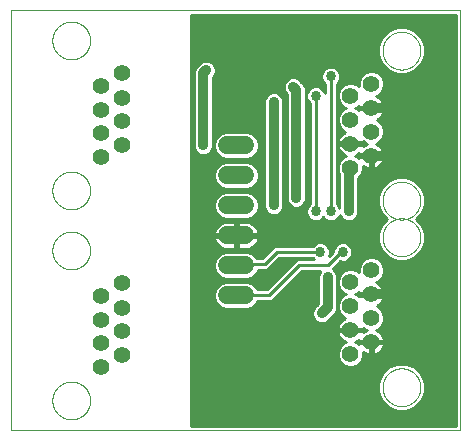
<source format=gbl>
G75*
%MOIN*%
%OFA0B0*%
%FSLAX25Y25*%
%IPPOS*%
%LPD*%
%AMOC8*
5,1,8,0,0,1.08239X$1,22.5*
%
%ADD10C,0.00000*%
%ADD11C,0.05600*%
%ADD12C,0.06000*%
%ADD13C,0.03200*%
%ADD14C,0.03365*%
%ADD15C,0.01000*%
D10*
X0001500Y0001500D02*
X0001500Y0141657D01*
X0151106Y0141657D01*
X0151106Y0001500D01*
X0001500Y0001500D01*
X0015201Y0011500D02*
X0015203Y0011658D01*
X0015209Y0011816D01*
X0015219Y0011974D01*
X0015233Y0012132D01*
X0015251Y0012289D01*
X0015272Y0012446D01*
X0015298Y0012602D01*
X0015328Y0012758D01*
X0015361Y0012913D01*
X0015399Y0013066D01*
X0015440Y0013219D01*
X0015485Y0013371D01*
X0015534Y0013522D01*
X0015587Y0013671D01*
X0015643Y0013819D01*
X0015703Y0013965D01*
X0015767Y0014110D01*
X0015835Y0014253D01*
X0015906Y0014395D01*
X0015980Y0014535D01*
X0016058Y0014672D01*
X0016140Y0014808D01*
X0016224Y0014942D01*
X0016313Y0015073D01*
X0016404Y0015202D01*
X0016499Y0015329D01*
X0016596Y0015454D01*
X0016697Y0015576D01*
X0016801Y0015695D01*
X0016908Y0015812D01*
X0017018Y0015926D01*
X0017131Y0016037D01*
X0017246Y0016146D01*
X0017364Y0016251D01*
X0017485Y0016353D01*
X0017608Y0016453D01*
X0017734Y0016549D01*
X0017862Y0016642D01*
X0017992Y0016732D01*
X0018125Y0016818D01*
X0018260Y0016902D01*
X0018396Y0016981D01*
X0018535Y0017058D01*
X0018676Y0017130D01*
X0018818Y0017200D01*
X0018962Y0017265D01*
X0019108Y0017327D01*
X0019255Y0017385D01*
X0019404Y0017440D01*
X0019554Y0017491D01*
X0019705Y0017538D01*
X0019857Y0017581D01*
X0020010Y0017620D01*
X0020165Y0017656D01*
X0020320Y0017687D01*
X0020476Y0017715D01*
X0020632Y0017739D01*
X0020789Y0017759D01*
X0020947Y0017775D01*
X0021104Y0017787D01*
X0021263Y0017795D01*
X0021421Y0017799D01*
X0021579Y0017799D01*
X0021737Y0017795D01*
X0021896Y0017787D01*
X0022053Y0017775D01*
X0022211Y0017759D01*
X0022368Y0017739D01*
X0022524Y0017715D01*
X0022680Y0017687D01*
X0022835Y0017656D01*
X0022990Y0017620D01*
X0023143Y0017581D01*
X0023295Y0017538D01*
X0023446Y0017491D01*
X0023596Y0017440D01*
X0023745Y0017385D01*
X0023892Y0017327D01*
X0024038Y0017265D01*
X0024182Y0017200D01*
X0024324Y0017130D01*
X0024465Y0017058D01*
X0024604Y0016981D01*
X0024740Y0016902D01*
X0024875Y0016818D01*
X0025008Y0016732D01*
X0025138Y0016642D01*
X0025266Y0016549D01*
X0025392Y0016453D01*
X0025515Y0016353D01*
X0025636Y0016251D01*
X0025754Y0016146D01*
X0025869Y0016037D01*
X0025982Y0015926D01*
X0026092Y0015812D01*
X0026199Y0015695D01*
X0026303Y0015576D01*
X0026404Y0015454D01*
X0026501Y0015329D01*
X0026596Y0015202D01*
X0026687Y0015073D01*
X0026776Y0014942D01*
X0026860Y0014808D01*
X0026942Y0014672D01*
X0027020Y0014535D01*
X0027094Y0014395D01*
X0027165Y0014253D01*
X0027233Y0014110D01*
X0027297Y0013965D01*
X0027357Y0013819D01*
X0027413Y0013671D01*
X0027466Y0013522D01*
X0027515Y0013371D01*
X0027560Y0013219D01*
X0027601Y0013066D01*
X0027639Y0012913D01*
X0027672Y0012758D01*
X0027702Y0012602D01*
X0027728Y0012446D01*
X0027749Y0012289D01*
X0027767Y0012132D01*
X0027781Y0011974D01*
X0027791Y0011816D01*
X0027797Y0011658D01*
X0027799Y0011500D01*
X0027797Y0011342D01*
X0027791Y0011184D01*
X0027781Y0011026D01*
X0027767Y0010868D01*
X0027749Y0010711D01*
X0027728Y0010554D01*
X0027702Y0010398D01*
X0027672Y0010242D01*
X0027639Y0010087D01*
X0027601Y0009934D01*
X0027560Y0009781D01*
X0027515Y0009629D01*
X0027466Y0009478D01*
X0027413Y0009329D01*
X0027357Y0009181D01*
X0027297Y0009035D01*
X0027233Y0008890D01*
X0027165Y0008747D01*
X0027094Y0008605D01*
X0027020Y0008465D01*
X0026942Y0008328D01*
X0026860Y0008192D01*
X0026776Y0008058D01*
X0026687Y0007927D01*
X0026596Y0007798D01*
X0026501Y0007671D01*
X0026404Y0007546D01*
X0026303Y0007424D01*
X0026199Y0007305D01*
X0026092Y0007188D01*
X0025982Y0007074D01*
X0025869Y0006963D01*
X0025754Y0006854D01*
X0025636Y0006749D01*
X0025515Y0006647D01*
X0025392Y0006547D01*
X0025266Y0006451D01*
X0025138Y0006358D01*
X0025008Y0006268D01*
X0024875Y0006182D01*
X0024740Y0006098D01*
X0024604Y0006019D01*
X0024465Y0005942D01*
X0024324Y0005870D01*
X0024182Y0005800D01*
X0024038Y0005735D01*
X0023892Y0005673D01*
X0023745Y0005615D01*
X0023596Y0005560D01*
X0023446Y0005509D01*
X0023295Y0005462D01*
X0023143Y0005419D01*
X0022990Y0005380D01*
X0022835Y0005344D01*
X0022680Y0005313D01*
X0022524Y0005285D01*
X0022368Y0005261D01*
X0022211Y0005241D01*
X0022053Y0005225D01*
X0021896Y0005213D01*
X0021737Y0005205D01*
X0021579Y0005201D01*
X0021421Y0005201D01*
X0021263Y0005205D01*
X0021104Y0005213D01*
X0020947Y0005225D01*
X0020789Y0005241D01*
X0020632Y0005261D01*
X0020476Y0005285D01*
X0020320Y0005313D01*
X0020165Y0005344D01*
X0020010Y0005380D01*
X0019857Y0005419D01*
X0019705Y0005462D01*
X0019554Y0005509D01*
X0019404Y0005560D01*
X0019255Y0005615D01*
X0019108Y0005673D01*
X0018962Y0005735D01*
X0018818Y0005800D01*
X0018676Y0005870D01*
X0018535Y0005942D01*
X0018396Y0006019D01*
X0018260Y0006098D01*
X0018125Y0006182D01*
X0017992Y0006268D01*
X0017862Y0006358D01*
X0017734Y0006451D01*
X0017608Y0006547D01*
X0017485Y0006647D01*
X0017364Y0006749D01*
X0017246Y0006854D01*
X0017131Y0006963D01*
X0017018Y0007074D01*
X0016908Y0007188D01*
X0016801Y0007305D01*
X0016697Y0007424D01*
X0016596Y0007546D01*
X0016499Y0007671D01*
X0016404Y0007798D01*
X0016313Y0007927D01*
X0016224Y0008058D01*
X0016140Y0008192D01*
X0016058Y0008328D01*
X0015980Y0008465D01*
X0015906Y0008605D01*
X0015835Y0008747D01*
X0015767Y0008890D01*
X0015703Y0009035D01*
X0015643Y0009181D01*
X0015587Y0009329D01*
X0015534Y0009478D01*
X0015485Y0009629D01*
X0015440Y0009781D01*
X0015399Y0009934D01*
X0015361Y0010087D01*
X0015328Y0010242D01*
X0015298Y0010398D01*
X0015272Y0010554D01*
X0015251Y0010711D01*
X0015233Y0010868D01*
X0015219Y0011026D01*
X0015209Y0011184D01*
X0015203Y0011342D01*
X0015201Y0011500D01*
X0015201Y0061500D02*
X0015203Y0061658D01*
X0015209Y0061816D01*
X0015219Y0061974D01*
X0015233Y0062132D01*
X0015251Y0062289D01*
X0015272Y0062446D01*
X0015298Y0062602D01*
X0015328Y0062758D01*
X0015361Y0062913D01*
X0015399Y0063066D01*
X0015440Y0063219D01*
X0015485Y0063371D01*
X0015534Y0063522D01*
X0015587Y0063671D01*
X0015643Y0063819D01*
X0015703Y0063965D01*
X0015767Y0064110D01*
X0015835Y0064253D01*
X0015906Y0064395D01*
X0015980Y0064535D01*
X0016058Y0064672D01*
X0016140Y0064808D01*
X0016224Y0064942D01*
X0016313Y0065073D01*
X0016404Y0065202D01*
X0016499Y0065329D01*
X0016596Y0065454D01*
X0016697Y0065576D01*
X0016801Y0065695D01*
X0016908Y0065812D01*
X0017018Y0065926D01*
X0017131Y0066037D01*
X0017246Y0066146D01*
X0017364Y0066251D01*
X0017485Y0066353D01*
X0017608Y0066453D01*
X0017734Y0066549D01*
X0017862Y0066642D01*
X0017992Y0066732D01*
X0018125Y0066818D01*
X0018260Y0066902D01*
X0018396Y0066981D01*
X0018535Y0067058D01*
X0018676Y0067130D01*
X0018818Y0067200D01*
X0018962Y0067265D01*
X0019108Y0067327D01*
X0019255Y0067385D01*
X0019404Y0067440D01*
X0019554Y0067491D01*
X0019705Y0067538D01*
X0019857Y0067581D01*
X0020010Y0067620D01*
X0020165Y0067656D01*
X0020320Y0067687D01*
X0020476Y0067715D01*
X0020632Y0067739D01*
X0020789Y0067759D01*
X0020947Y0067775D01*
X0021104Y0067787D01*
X0021263Y0067795D01*
X0021421Y0067799D01*
X0021579Y0067799D01*
X0021737Y0067795D01*
X0021896Y0067787D01*
X0022053Y0067775D01*
X0022211Y0067759D01*
X0022368Y0067739D01*
X0022524Y0067715D01*
X0022680Y0067687D01*
X0022835Y0067656D01*
X0022990Y0067620D01*
X0023143Y0067581D01*
X0023295Y0067538D01*
X0023446Y0067491D01*
X0023596Y0067440D01*
X0023745Y0067385D01*
X0023892Y0067327D01*
X0024038Y0067265D01*
X0024182Y0067200D01*
X0024324Y0067130D01*
X0024465Y0067058D01*
X0024604Y0066981D01*
X0024740Y0066902D01*
X0024875Y0066818D01*
X0025008Y0066732D01*
X0025138Y0066642D01*
X0025266Y0066549D01*
X0025392Y0066453D01*
X0025515Y0066353D01*
X0025636Y0066251D01*
X0025754Y0066146D01*
X0025869Y0066037D01*
X0025982Y0065926D01*
X0026092Y0065812D01*
X0026199Y0065695D01*
X0026303Y0065576D01*
X0026404Y0065454D01*
X0026501Y0065329D01*
X0026596Y0065202D01*
X0026687Y0065073D01*
X0026776Y0064942D01*
X0026860Y0064808D01*
X0026942Y0064672D01*
X0027020Y0064535D01*
X0027094Y0064395D01*
X0027165Y0064253D01*
X0027233Y0064110D01*
X0027297Y0063965D01*
X0027357Y0063819D01*
X0027413Y0063671D01*
X0027466Y0063522D01*
X0027515Y0063371D01*
X0027560Y0063219D01*
X0027601Y0063066D01*
X0027639Y0062913D01*
X0027672Y0062758D01*
X0027702Y0062602D01*
X0027728Y0062446D01*
X0027749Y0062289D01*
X0027767Y0062132D01*
X0027781Y0061974D01*
X0027791Y0061816D01*
X0027797Y0061658D01*
X0027799Y0061500D01*
X0027797Y0061342D01*
X0027791Y0061184D01*
X0027781Y0061026D01*
X0027767Y0060868D01*
X0027749Y0060711D01*
X0027728Y0060554D01*
X0027702Y0060398D01*
X0027672Y0060242D01*
X0027639Y0060087D01*
X0027601Y0059934D01*
X0027560Y0059781D01*
X0027515Y0059629D01*
X0027466Y0059478D01*
X0027413Y0059329D01*
X0027357Y0059181D01*
X0027297Y0059035D01*
X0027233Y0058890D01*
X0027165Y0058747D01*
X0027094Y0058605D01*
X0027020Y0058465D01*
X0026942Y0058328D01*
X0026860Y0058192D01*
X0026776Y0058058D01*
X0026687Y0057927D01*
X0026596Y0057798D01*
X0026501Y0057671D01*
X0026404Y0057546D01*
X0026303Y0057424D01*
X0026199Y0057305D01*
X0026092Y0057188D01*
X0025982Y0057074D01*
X0025869Y0056963D01*
X0025754Y0056854D01*
X0025636Y0056749D01*
X0025515Y0056647D01*
X0025392Y0056547D01*
X0025266Y0056451D01*
X0025138Y0056358D01*
X0025008Y0056268D01*
X0024875Y0056182D01*
X0024740Y0056098D01*
X0024604Y0056019D01*
X0024465Y0055942D01*
X0024324Y0055870D01*
X0024182Y0055800D01*
X0024038Y0055735D01*
X0023892Y0055673D01*
X0023745Y0055615D01*
X0023596Y0055560D01*
X0023446Y0055509D01*
X0023295Y0055462D01*
X0023143Y0055419D01*
X0022990Y0055380D01*
X0022835Y0055344D01*
X0022680Y0055313D01*
X0022524Y0055285D01*
X0022368Y0055261D01*
X0022211Y0055241D01*
X0022053Y0055225D01*
X0021896Y0055213D01*
X0021737Y0055205D01*
X0021579Y0055201D01*
X0021421Y0055201D01*
X0021263Y0055205D01*
X0021104Y0055213D01*
X0020947Y0055225D01*
X0020789Y0055241D01*
X0020632Y0055261D01*
X0020476Y0055285D01*
X0020320Y0055313D01*
X0020165Y0055344D01*
X0020010Y0055380D01*
X0019857Y0055419D01*
X0019705Y0055462D01*
X0019554Y0055509D01*
X0019404Y0055560D01*
X0019255Y0055615D01*
X0019108Y0055673D01*
X0018962Y0055735D01*
X0018818Y0055800D01*
X0018676Y0055870D01*
X0018535Y0055942D01*
X0018396Y0056019D01*
X0018260Y0056098D01*
X0018125Y0056182D01*
X0017992Y0056268D01*
X0017862Y0056358D01*
X0017734Y0056451D01*
X0017608Y0056547D01*
X0017485Y0056647D01*
X0017364Y0056749D01*
X0017246Y0056854D01*
X0017131Y0056963D01*
X0017018Y0057074D01*
X0016908Y0057188D01*
X0016801Y0057305D01*
X0016697Y0057424D01*
X0016596Y0057546D01*
X0016499Y0057671D01*
X0016404Y0057798D01*
X0016313Y0057927D01*
X0016224Y0058058D01*
X0016140Y0058192D01*
X0016058Y0058328D01*
X0015980Y0058465D01*
X0015906Y0058605D01*
X0015835Y0058747D01*
X0015767Y0058890D01*
X0015703Y0059035D01*
X0015643Y0059181D01*
X0015587Y0059329D01*
X0015534Y0059478D01*
X0015485Y0059629D01*
X0015440Y0059781D01*
X0015399Y0059934D01*
X0015361Y0060087D01*
X0015328Y0060242D01*
X0015298Y0060398D01*
X0015272Y0060554D01*
X0015251Y0060711D01*
X0015233Y0060868D01*
X0015219Y0061026D01*
X0015209Y0061184D01*
X0015203Y0061342D01*
X0015201Y0061500D01*
X0015201Y0081500D02*
X0015203Y0081658D01*
X0015209Y0081816D01*
X0015219Y0081974D01*
X0015233Y0082132D01*
X0015251Y0082289D01*
X0015272Y0082446D01*
X0015298Y0082602D01*
X0015328Y0082758D01*
X0015361Y0082913D01*
X0015399Y0083066D01*
X0015440Y0083219D01*
X0015485Y0083371D01*
X0015534Y0083522D01*
X0015587Y0083671D01*
X0015643Y0083819D01*
X0015703Y0083965D01*
X0015767Y0084110D01*
X0015835Y0084253D01*
X0015906Y0084395D01*
X0015980Y0084535D01*
X0016058Y0084672D01*
X0016140Y0084808D01*
X0016224Y0084942D01*
X0016313Y0085073D01*
X0016404Y0085202D01*
X0016499Y0085329D01*
X0016596Y0085454D01*
X0016697Y0085576D01*
X0016801Y0085695D01*
X0016908Y0085812D01*
X0017018Y0085926D01*
X0017131Y0086037D01*
X0017246Y0086146D01*
X0017364Y0086251D01*
X0017485Y0086353D01*
X0017608Y0086453D01*
X0017734Y0086549D01*
X0017862Y0086642D01*
X0017992Y0086732D01*
X0018125Y0086818D01*
X0018260Y0086902D01*
X0018396Y0086981D01*
X0018535Y0087058D01*
X0018676Y0087130D01*
X0018818Y0087200D01*
X0018962Y0087265D01*
X0019108Y0087327D01*
X0019255Y0087385D01*
X0019404Y0087440D01*
X0019554Y0087491D01*
X0019705Y0087538D01*
X0019857Y0087581D01*
X0020010Y0087620D01*
X0020165Y0087656D01*
X0020320Y0087687D01*
X0020476Y0087715D01*
X0020632Y0087739D01*
X0020789Y0087759D01*
X0020947Y0087775D01*
X0021104Y0087787D01*
X0021263Y0087795D01*
X0021421Y0087799D01*
X0021579Y0087799D01*
X0021737Y0087795D01*
X0021896Y0087787D01*
X0022053Y0087775D01*
X0022211Y0087759D01*
X0022368Y0087739D01*
X0022524Y0087715D01*
X0022680Y0087687D01*
X0022835Y0087656D01*
X0022990Y0087620D01*
X0023143Y0087581D01*
X0023295Y0087538D01*
X0023446Y0087491D01*
X0023596Y0087440D01*
X0023745Y0087385D01*
X0023892Y0087327D01*
X0024038Y0087265D01*
X0024182Y0087200D01*
X0024324Y0087130D01*
X0024465Y0087058D01*
X0024604Y0086981D01*
X0024740Y0086902D01*
X0024875Y0086818D01*
X0025008Y0086732D01*
X0025138Y0086642D01*
X0025266Y0086549D01*
X0025392Y0086453D01*
X0025515Y0086353D01*
X0025636Y0086251D01*
X0025754Y0086146D01*
X0025869Y0086037D01*
X0025982Y0085926D01*
X0026092Y0085812D01*
X0026199Y0085695D01*
X0026303Y0085576D01*
X0026404Y0085454D01*
X0026501Y0085329D01*
X0026596Y0085202D01*
X0026687Y0085073D01*
X0026776Y0084942D01*
X0026860Y0084808D01*
X0026942Y0084672D01*
X0027020Y0084535D01*
X0027094Y0084395D01*
X0027165Y0084253D01*
X0027233Y0084110D01*
X0027297Y0083965D01*
X0027357Y0083819D01*
X0027413Y0083671D01*
X0027466Y0083522D01*
X0027515Y0083371D01*
X0027560Y0083219D01*
X0027601Y0083066D01*
X0027639Y0082913D01*
X0027672Y0082758D01*
X0027702Y0082602D01*
X0027728Y0082446D01*
X0027749Y0082289D01*
X0027767Y0082132D01*
X0027781Y0081974D01*
X0027791Y0081816D01*
X0027797Y0081658D01*
X0027799Y0081500D01*
X0027797Y0081342D01*
X0027791Y0081184D01*
X0027781Y0081026D01*
X0027767Y0080868D01*
X0027749Y0080711D01*
X0027728Y0080554D01*
X0027702Y0080398D01*
X0027672Y0080242D01*
X0027639Y0080087D01*
X0027601Y0079934D01*
X0027560Y0079781D01*
X0027515Y0079629D01*
X0027466Y0079478D01*
X0027413Y0079329D01*
X0027357Y0079181D01*
X0027297Y0079035D01*
X0027233Y0078890D01*
X0027165Y0078747D01*
X0027094Y0078605D01*
X0027020Y0078465D01*
X0026942Y0078328D01*
X0026860Y0078192D01*
X0026776Y0078058D01*
X0026687Y0077927D01*
X0026596Y0077798D01*
X0026501Y0077671D01*
X0026404Y0077546D01*
X0026303Y0077424D01*
X0026199Y0077305D01*
X0026092Y0077188D01*
X0025982Y0077074D01*
X0025869Y0076963D01*
X0025754Y0076854D01*
X0025636Y0076749D01*
X0025515Y0076647D01*
X0025392Y0076547D01*
X0025266Y0076451D01*
X0025138Y0076358D01*
X0025008Y0076268D01*
X0024875Y0076182D01*
X0024740Y0076098D01*
X0024604Y0076019D01*
X0024465Y0075942D01*
X0024324Y0075870D01*
X0024182Y0075800D01*
X0024038Y0075735D01*
X0023892Y0075673D01*
X0023745Y0075615D01*
X0023596Y0075560D01*
X0023446Y0075509D01*
X0023295Y0075462D01*
X0023143Y0075419D01*
X0022990Y0075380D01*
X0022835Y0075344D01*
X0022680Y0075313D01*
X0022524Y0075285D01*
X0022368Y0075261D01*
X0022211Y0075241D01*
X0022053Y0075225D01*
X0021896Y0075213D01*
X0021737Y0075205D01*
X0021579Y0075201D01*
X0021421Y0075201D01*
X0021263Y0075205D01*
X0021104Y0075213D01*
X0020947Y0075225D01*
X0020789Y0075241D01*
X0020632Y0075261D01*
X0020476Y0075285D01*
X0020320Y0075313D01*
X0020165Y0075344D01*
X0020010Y0075380D01*
X0019857Y0075419D01*
X0019705Y0075462D01*
X0019554Y0075509D01*
X0019404Y0075560D01*
X0019255Y0075615D01*
X0019108Y0075673D01*
X0018962Y0075735D01*
X0018818Y0075800D01*
X0018676Y0075870D01*
X0018535Y0075942D01*
X0018396Y0076019D01*
X0018260Y0076098D01*
X0018125Y0076182D01*
X0017992Y0076268D01*
X0017862Y0076358D01*
X0017734Y0076451D01*
X0017608Y0076547D01*
X0017485Y0076647D01*
X0017364Y0076749D01*
X0017246Y0076854D01*
X0017131Y0076963D01*
X0017018Y0077074D01*
X0016908Y0077188D01*
X0016801Y0077305D01*
X0016697Y0077424D01*
X0016596Y0077546D01*
X0016499Y0077671D01*
X0016404Y0077798D01*
X0016313Y0077927D01*
X0016224Y0078058D01*
X0016140Y0078192D01*
X0016058Y0078328D01*
X0015980Y0078465D01*
X0015906Y0078605D01*
X0015835Y0078747D01*
X0015767Y0078890D01*
X0015703Y0079035D01*
X0015643Y0079181D01*
X0015587Y0079329D01*
X0015534Y0079478D01*
X0015485Y0079629D01*
X0015440Y0079781D01*
X0015399Y0079934D01*
X0015361Y0080087D01*
X0015328Y0080242D01*
X0015298Y0080398D01*
X0015272Y0080554D01*
X0015251Y0080711D01*
X0015233Y0080868D01*
X0015219Y0081026D01*
X0015209Y0081184D01*
X0015203Y0081342D01*
X0015201Y0081500D01*
X0015201Y0131500D02*
X0015203Y0131658D01*
X0015209Y0131816D01*
X0015219Y0131974D01*
X0015233Y0132132D01*
X0015251Y0132289D01*
X0015272Y0132446D01*
X0015298Y0132602D01*
X0015328Y0132758D01*
X0015361Y0132913D01*
X0015399Y0133066D01*
X0015440Y0133219D01*
X0015485Y0133371D01*
X0015534Y0133522D01*
X0015587Y0133671D01*
X0015643Y0133819D01*
X0015703Y0133965D01*
X0015767Y0134110D01*
X0015835Y0134253D01*
X0015906Y0134395D01*
X0015980Y0134535D01*
X0016058Y0134672D01*
X0016140Y0134808D01*
X0016224Y0134942D01*
X0016313Y0135073D01*
X0016404Y0135202D01*
X0016499Y0135329D01*
X0016596Y0135454D01*
X0016697Y0135576D01*
X0016801Y0135695D01*
X0016908Y0135812D01*
X0017018Y0135926D01*
X0017131Y0136037D01*
X0017246Y0136146D01*
X0017364Y0136251D01*
X0017485Y0136353D01*
X0017608Y0136453D01*
X0017734Y0136549D01*
X0017862Y0136642D01*
X0017992Y0136732D01*
X0018125Y0136818D01*
X0018260Y0136902D01*
X0018396Y0136981D01*
X0018535Y0137058D01*
X0018676Y0137130D01*
X0018818Y0137200D01*
X0018962Y0137265D01*
X0019108Y0137327D01*
X0019255Y0137385D01*
X0019404Y0137440D01*
X0019554Y0137491D01*
X0019705Y0137538D01*
X0019857Y0137581D01*
X0020010Y0137620D01*
X0020165Y0137656D01*
X0020320Y0137687D01*
X0020476Y0137715D01*
X0020632Y0137739D01*
X0020789Y0137759D01*
X0020947Y0137775D01*
X0021104Y0137787D01*
X0021263Y0137795D01*
X0021421Y0137799D01*
X0021579Y0137799D01*
X0021737Y0137795D01*
X0021896Y0137787D01*
X0022053Y0137775D01*
X0022211Y0137759D01*
X0022368Y0137739D01*
X0022524Y0137715D01*
X0022680Y0137687D01*
X0022835Y0137656D01*
X0022990Y0137620D01*
X0023143Y0137581D01*
X0023295Y0137538D01*
X0023446Y0137491D01*
X0023596Y0137440D01*
X0023745Y0137385D01*
X0023892Y0137327D01*
X0024038Y0137265D01*
X0024182Y0137200D01*
X0024324Y0137130D01*
X0024465Y0137058D01*
X0024604Y0136981D01*
X0024740Y0136902D01*
X0024875Y0136818D01*
X0025008Y0136732D01*
X0025138Y0136642D01*
X0025266Y0136549D01*
X0025392Y0136453D01*
X0025515Y0136353D01*
X0025636Y0136251D01*
X0025754Y0136146D01*
X0025869Y0136037D01*
X0025982Y0135926D01*
X0026092Y0135812D01*
X0026199Y0135695D01*
X0026303Y0135576D01*
X0026404Y0135454D01*
X0026501Y0135329D01*
X0026596Y0135202D01*
X0026687Y0135073D01*
X0026776Y0134942D01*
X0026860Y0134808D01*
X0026942Y0134672D01*
X0027020Y0134535D01*
X0027094Y0134395D01*
X0027165Y0134253D01*
X0027233Y0134110D01*
X0027297Y0133965D01*
X0027357Y0133819D01*
X0027413Y0133671D01*
X0027466Y0133522D01*
X0027515Y0133371D01*
X0027560Y0133219D01*
X0027601Y0133066D01*
X0027639Y0132913D01*
X0027672Y0132758D01*
X0027702Y0132602D01*
X0027728Y0132446D01*
X0027749Y0132289D01*
X0027767Y0132132D01*
X0027781Y0131974D01*
X0027791Y0131816D01*
X0027797Y0131658D01*
X0027799Y0131500D01*
X0027797Y0131342D01*
X0027791Y0131184D01*
X0027781Y0131026D01*
X0027767Y0130868D01*
X0027749Y0130711D01*
X0027728Y0130554D01*
X0027702Y0130398D01*
X0027672Y0130242D01*
X0027639Y0130087D01*
X0027601Y0129934D01*
X0027560Y0129781D01*
X0027515Y0129629D01*
X0027466Y0129478D01*
X0027413Y0129329D01*
X0027357Y0129181D01*
X0027297Y0129035D01*
X0027233Y0128890D01*
X0027165Y0128747D01*
X0027094Y0128605D01*
X0027020Y0128465D01*
X0026942Y0128328D01*
X0026860Y0128192D01*
X0026776Y0128058D01*
X0026687Y0127927D01*
X0026596Y0127798D01*
X0026501Y0127671D01*
X0026404Y0127546D01*
X0026303Y0127424D01*
X0026199Y0127305D01*
X0026092Y0127188D01*
X0025982Y0127074D01*
X0025869Y0126963D01*
X0025754Y0126854D01*
X0025636Y0126749D01*
X0025515Y0126647D01*
X0025392Y0126547D01*
X0025266Y0126451D01*
X0025138Y0126358D01*
X0025008Y0126268D01*
X0024875Y0126182D01*
X0024740Y0126098D01*
X0024604Y0126019D01*
X0024465Y0125942D01*
X0024324Y0125870D01*
X0024182Y0125800D01*
X0024038Y0125735D01*
X0023892Y0125673D01*
X0023745Y0125615D01*
X0023596Y0125560D01*
X0023446Y0125509D01*
X0023295Y0125462D01*
X0023143Y0125419D01*
X0022990Y0125380D01*
X0022835Y0125344D01*
X0022680Y0125313D01*
X0022524Y0125285D01*
X0022368Y0125261D01*
X0022211Y0125241D01*
X0022053Y0125225D01*
X0021896Y0125213D01*
X0021737Y0125205D01*
X0021579Y0125201D01*
X0021421Y0125201D01*
X0021263Y0125205D01*
X0021104Y0125213D01*
X0020947Y0125225D01*
X0020789Y0125241D01*
X0020632Y0125261D01*
X0020476Y0125285D01*
X0020320Y0125313D01*
X0020165Y0125344D01*
X0020010Y0125380D01*
X0019857Y0125419D01*
X0019705Y0125462D01*
X0019554Y0125509D01*
X0019404Y0125560D01*
X0019255Y0125615D01*
X0019108Y0125673D01*
X0018962Y0125735D01*
X0018818Y0125800D01*
X0018676Y0125870D01*
X0018535Y0125942D01*
X0018396Y0126019D01*
X0018260Y0126098D01*
X0018125Y0126182D01*
X0017992Y0126268D01*
X0017862Y0126358D01*
X0017734Y0126451D01*
X0017608Y0126547D01*
X0017485Y0126647D01*
X0017364Y0126749D01*
X0017246Y0126854D01*
X0017131Y0126963D01*
X0017018Y0127074D01*
X0016908Y0127188D01*
X0016801Y0127305D01*
X0016697Y0127424D01*
X0016596Y0127546D01*
X0016499Y0127671D01*
X0016404Y0127798D01*
X0016313Y0127927D01*
X0016224Y0128058D01*
X0016140Y0128192D01*
X0016058Y0128328D01*
X0015980Y0128465D01*
X0015906Y0128605D01*
X0015835Y0128747D01*
X0015767Y0128890D01*
X0015703Y0129035D01*
X0015643Y0129181D01*
X0015587Y0129329D01*
X0015534Y0129478D01*
X0015485Y0129629D01*
X0015440Y0129781D01*
X0015399Y0129934D01*
X0015361Y0130087D01*
X0015328Y0130242D01*
X0015298Y0130398D01*
X0015272Y0130554D01*
X0015251Y0130711D01*
X0015233Y0130868D01*
X0015219Y0131026D01*
X0015209Y0131184D01*
X0015203Y0131342D01*
X0015201Y0131500D01*
X0125280Y0128106D02*
X0125282Y0128264D01*
X0125288Y0128422D01*
X0125298Y0128580D01*
X0125312Y0128738D01*
X0125330Y0128895D01*
X0125351Y0129052D01*
X0125377Y0129208D01*
X0125407Y0129364D01*
X0125440Y0129519D01*
X0125478Y0129672D01*
X0125519Y0129825D01*
X0125564Y0129977D01*
X0125613Y0130128D01*
X0125666Y0130277D01*
X0125722Y0130425D01*
X0125782Y0130571D01*
X0125846Y0130716D01*
X0125914Y0130859D01*
X0125985Y0131001D01*
X0126059Y0131141D01*
X0126137Y0131278D01*
X0126219Y0131414D01*
X0126303Y0131548D01*
X0126392Y0131679D01*
X0126483Y0131808D01*
X0126578Y0131935D01*
X0126675Y0132060D01*
X0126776Y0132182D01*
X0126880Y0132301D01*
X0126987Y0132418D01*
X0127097Y0132532D01*
X0127210Y0132643D01*
X0127325Y0132752D01*
X0127443Y0132857D01*
X0127564Y0132959D01*
X0127687Y0133059D01*
X0127813Y0133155D01*
X0127941Y0133248D01*
X0128071Y0133338D01*
X0128204Y0133424D01*
X0128339Y0133508D01*
X0128475Y0133587D01*
X0128614Y0133664D01*
X0128755Y0133736D01*
X0128897Y0133806D01*
X0129041Y0133871D01*
X0129187Y0133933D01*
X0129334Y0133991D01*
X0129483Y0134046D01*
X0129633Y0134097D01*
X0129784Y0134144D01*
X0129936Y0134187D01*
X0130089Y0134226D01*
X0130244Y0134262D01*
X0130399Y0134293D01*
X0130555Y0134321D01*
X0130711Y0134345D01*
X0130868Y0134365D01*
X0131026Y0134381D01*
X0131183Y0134393D01*
X0131342Y0134401D01*
X0131500Y0134405D01*
X0131658Y0134405D01*
X0131816Y0134401D01*
X0131975Y0134393D01*
X0132132Y0134381D01*
X0132290Y0134365D01*
X0132447Y0134345D01*
X0132603Y0134321D01*
X0132759Y0134293D01*
X0132914Y0134262D01*
X0133069Y0134226D01*
X0133222Y0134187D01*
X0133374Y0134144D01*
X0133525Y0134097D01*
X0133675Y0134046D01*
X0133824Y0133991D01*
X0133971Y0133933D01*
X0134117Y0133871D01*
X0134261Y0133806D01*
X0134403Y0133736D01*
X0134544Y0133664D01*
X0134683Y0133587D01*
X0134819Y0133508D01*
X0134954Y0133424D01*
X0135087Y0133338D01*
X0135217Y0133248D01*
X0135345Y0133155D01*
X0135471Y0133059D01*
X0135594Y0132959D01*
X0135715Y0132857D01*
X0135833Y0132752D01*
X0135948Y0132643D01*
X0136061Y0132532D01*
X0136171Y0132418D01*
X0136278Y0132301D01*
X0136382Y0132182D01*
X0136483Y0132060D01*
X0136580Y0131935D01*
X0136675Y0131808D01*
X0136766Y0131679D01*
X0136855Y0131548D01*
X0136939Y0131414D01*
X0137021Y0131278D01*
X0137099Y0131141D01*
X0137173Y0131001D01*
X0137244Y0130859D01*
X0137312Y0130716D01*
X0137376Y0130571D01*
X0137436Y0130425D01*
X0137492Y0130277D01*
X0137545Y0130128D01*
X0137594Y0129977D01*
X0137639Y0129825D01*
X0137680Y0129672D01*
X0137718Y0129519D01*
X0137751Y0129364D01*
X0137781Y0129208D01*
X0137807Y0129052D01*
X0137828Y0128895D01*
X0137846Y0128738D01*
X0137860Y0128580D01*
X0137870Y0128422D01*
X0137876Y0128264D01*
X0137878Y0128106D01*
X0137876Y0127948D01*
X0137870Y0127790D01*
X0137860Y0127632D01*
X0137846Y0127474D01*
X0137828Y0127317D01*
X0137807Y0127160D01*
X0137781Y0127004D01*
X0137751Y0126848D01*
X0137718Y0126693D01*
X0137680Y0126540D01*
X0137639Y0126387D01*
X0137594Y0126235D01*
X0137545Y0126084D01*
X0137492Y0125935D01*
X0137436Y0125787D01*
X0137376Y0125641D01*
X0137312Y0125496D01*
X0137244Y0125353D01*
X0137173Y0125211D01*
X0137099Y0125071D01*
X0137021Y0124934D01*
X0136939Y0124798D01*
X0136855Y0124664D01*
X0136766Y0124533D01*
X0136675Y0124404D01*
X0136580Y0124277D01*
X0136483Y0124152D01*
X0136382Y0124030D01*
X0136278Y0123911D01*
X0136171Y0123794D01*
X0136061Y0123680D01*
X0135948Y0123569D01*
X0135833Y0123460D01*
X0135715Y0123355D01*
X0135594Y0123253D01*
X0135471Y0123153D01*
X0135345Y0123057D01*
X0135217Y0122964D01*
X0135087Y0122874D01*
X0134954Y0122788D01*
X0134819Y0122704D01*
X0134683Y0122625D01*
X0134544Y0122548D01*
X0134403Y0122476D01*
X0134261Y0122406D01*
X0134117Y0122341D01*
X0133971Y0122279D01*
X0133824Y0122221D01*
X0133675Y0122166D01*
X0133525Y0122115D01*
X0133374Y0122068D01*
X0133222Y0122025D01*
X0133069Y0121986D01*
X0132914Y0121950D01*
X0132759Y0121919D01*
X0132603Y0121891D01*
X0132447Y0121867D01*
X0132290Y0121847D01*
X0132132Y0121831D01*
X0131975Y0121819D01*
X0131816Y0121811D01*
X0131658Y0121807D01*
X0131500Y0121807D01*
X0131342Y0121811D01*
X0131183Y0121819D01*
X0131026Y0121831D01*
X0130868Y0121847D01*
X0130711Y0121867D01*
X0130555Y0121891D01*
X0130399Y0121919D01*
X0130244Y0121950D01*
X0130089Y0121986D01*
X0129936Y0122025D01*
X0129784Y0122068D01*
X0129633Y0122115D01*
X0129483Y0122166D01*
X0129334Y0122221D01*
X0129187Y0122279D01*
X0129041Y0122341D01*
X0128897Y0122406D01*
X0128755Y0122476D01*
X0128614Y0122548D01*
X0128475Y0122625D01*
X0128339Y0122704D01*
X0128204Y0122788D01*
X0128071Y0122874D01*
X0127941Y0122964D01*
X0127813Y0123057D01*
X0127687Y0123153D01*
X0127564Y0123253D01*
X0127443Y0123355D01*
X0127325Y0123460D01*
X0127210Y0123569D01*
X0127097Y0123680D01*
X0126987Y0123794D01*
X0126880Y0123911D01*
X0126776Y0124030D01*
X0126675Y0124152D01*
X0126578Y0124277D01*
X0126483Y0124404D01*
X0126392Y0124533D01*
X0126303Y0124664D01*
X0126219Y0124798D01*
X0126137Y0124934D01*
X0126059Y0125071D01*
X0125985Y0125211D01*
X0125914Y0125353D01*
X0125846Y0125496D01*
X0125782Y0125641D01*
X0125722Y0125787D01*
X0125666Y0125935D01*
X0125613Y0126084D01*
X0125564Y0126235D01*
X0125519Y0126387D01*
X0125478Y0126540D01*
X0125440Y0126693D01*
X0125407Y0126848D01*
X0125377Y0127004D01*
X0125351Y0127160D01*
X0125330Y0127317D01*
X0125312Y0127474D01*
X0125298Y0127632D01*
X0125288Y0127790D01*
X0125282Y0127948D01*
X0125280Y0128106D01*
X0125280Y0078106D02*
X0125282Y0078264D01*
X0125288Y0078422D01*
X0125298Y0078580D01*
X0125312Y0078738D01*
X0125330Y0078895D01*
X0125351Y0079052D01*
X0125377Y0079208D01*
X0125407Y0079364D01*
X0125440Y0079519D01*
X0125478Y0079672D01*
X0125519Y0079825D01*
X0125564Y0079977D01*
X0125613Y0080128D01*
X0125666Y0080277D01*
X0125722Y0080425D01*
X0125782Y0080571D01*
X0125846Y0080716D01*
X0125914Y0080859D01*
X0125985Y0081001D01*
X0126059Y0081141D01*
X0126137Y0081278D01*
X0126219Y0081414D01*
X0126303Y0081548D01*
X0126392Y0081679D01*
X0126483Y0081808D01*
X0126578Y0081935D01*
X0126675Y0082060D01*
X0126776Y0082182D01*
X0126880Y0082301D01*
X0126987Y0082418D01*
X0127097Y0082532D01*
X0127210Y0082643D01*
X0127325Y0082752D01*
X0127443Y0082857D01*
X0127564Y0082959D01*
X0127687Y0083059D01*
X0127813Y0083155D01*
X0127941Y0083248D01*
X0128071Y0083338D01*
X0128204Y0083424D01*
X0128339Y0083508D01*
X0128475Y0083587D01*
X0128614Y0083664D01*
X0128755Y0083736D01*
X0128897Y0083806D01*
X0129041Y0083871D01*
X0129187Y0083933D01*
X0129334Y0083991D01*
X0129483Y0084046D01*
X0129633Y0084097D01*
X0129784Y0084144D01*
X0129936Y0084187D01*
X0130089Y0084226D01*
X0130244Y0084262D01*
X0130399Y0084293D01*
X0130555Y0084321D01*
X0130711Y0084345D01*
X0130868Y0084365D01*
X0131026Y0084381D01*
X0131183Y0084393D01*
X0131342Y0084401D01*
X0131500Y0084405D01*
X0131658Y0084405D01*
X0131816Y0084401D01*
X0131975Y0084393D01*
X0132132Y0084381D01*
X0132290Y0084365D01*
X0132447Y0084345D01*
X0132603Y0084321D01*
X0132759Y0084293D01*
X0132914Y0084262D01*
X0133069Y0084226D01*
X0133222Y0084187D01*
X0133374Y0084144D01*
X0133525Y0084097D01*
X0133675Y0084046D01*
X0133824Y0083991D01*
X0133971Y0083933D01*
X0134117Y0083871D01*
X0134261Y0083806D01*
X0134403Y0083736D01*
X0134544Y0083664D01*
X0134683Y0083587D01*
X0134819Y0083508D01*
X0134954Y0083424D01*
X0135087Y0083338D01*
X0135217Y0083248D01*
X0135345Y0083155D01*
X0135471Y0083059D01*
X0135594Y0082959D01*
X0135715Y0082857D01*
X0135833Y0082752D01*
X0135948Y0082643D01*
X0136061Y0082532D01*
X0136171Y0082418D01*
X0136278Y0082301D01*
X0136382Y0082182D01*
X0136483Y0082060D01*
X0136580Y0081935D01*
X0136675Y0081808D01*
X0136766Y0081679D01*
X0136855Y0081548D01*
X0136939Y0081414D01*
X0137021Y0081278D01*
X0137099Y0081141D01*
X0137173Y0081001D01*
X0137244Y0080859D01*
X0137312Y0080716D01*
X0137376Y0080571D01*
X0137436Y0080425D01*
X0137492Y0080277D01*
X0137545Y0080128D01*
X0137594Y0079977D01*
X0137639Y0079825D01*
X0137680Y0079672D01*
X0137718Y0079519D01*
X0137751Y0079364D01*
X0137781Y0079208D01*
X0137807Y0079052D01*
X0137828Y0078895D01*
X0137846Y0078738D01*
X0137860Y0078580D01*
X0137870Y0078422D01*
X0137876Y0078264D01*
X0137878Y0078106D01*
X0137876Y0077948D01*
X0137870Y0077790D01*
X0137860Y0077632D01*
X0137846Y0077474D01*
X0137828Y0077317D01*
X0137807Y0077160D01*
X0137781Y0077004D01*
X0137751Y0076848D01*
X0137718Y0076693D01*
X0137680Y0076540D01*
X0137639Y0076387D01*
X0137594Y0076235D01*
X0137545Y0076084D01*
X0137492Y0075935D01*
X0137436Y0075787D01*
X0137376Y0075641D01*
X0137312Y0075496D01*
X0137244Y0075353D01*
X0137173Y0075211D01*
X0137099Y0075071D01*
X0137021Y0074934D01*
X0136939Y0074798D01*
X0136855Y0074664D01*
X0136766Y0074533D01*
X0136675Y0074404D01*
X0136580Y0074277D01*
X0136483Y0074152D01*
X0136382Y0074030D01*
X0136278Y0073911D01*
X0136171Y0073794D01*
X0136061Y0073680D01*
X0135948Y0073569D01*
X0135833Y0073460D01*
X0135715Y0073355D01*
X0135594Y0073253D01*
X0135471Y0073153D01*
X0135345Y0073057D01*
X0135217Y0072964D01*
X0135087Y0072874D01*
X0134954Y0072788D01*
X0134819Y0072704D01*
X0134683Y0072625D01*
X0134544Y0072548D01*
X0134403Y0072476D01*
X0134261Y0072406D01*
X0134117Y0072341D01*
X0133971Y0072279D01*
X0133824Y0072221D01*
X0133675Y0072166D01*
X0133525Y0072115D01*
X0133374Y0072068D01*
X0133222Y0072025D01*
X0133069Y0071986D01*
X0132914Y0071950D01*
X0132759Y0071919D01*
X0132603Y0071891D01*
X0132447Y0071867D01*
X0132290Y0071847D01*
X0132132Y0071831D01*
X0131975Y0071819D01*
X0131816Y0071811D01*
X0131658Y0071807D01*
X0131500Y0071807D01*
X0131342Y0071811D01*
X0131183Y0071819D01*
X0131026Y0071831D01*
X0130868Y0071847D01*
X0130711Y0071867D01*
X0130555Y0071891D01*
X0130399Y0071919D01*
X0130244Y0071950D01*
X0130089Y0071986D01*
X0129936Y0072025D01*
X0129784Y0072068D01*
X0129633Y0072115D01*
X0129483Y0072166D01*
X0129334Y0072221D01*
X0129187Y0072279D01*
X0129041Y0072341D01*
X0128897Y0072406D01*
X0128755Y0072476D01*
X0128614Y0072548D01*
X0128475Y0072625D01*
X0128339Y0072704D01*
X0128204Y0072788D01*
X0128071Y0072874D01*
X0127941Y0072964D01*
X0127813Y0073057D01*
X0127687Y0073153D01*
X0127564Y0073253D01*
X0127443Y0073355D01*
X0127325Y0073460D01*
X0127210Y0073569D01*
X0127097Y0073680D01*
X0126987Y0073794D01*
X0126880Y0073911D01*
X0126776Y0074030D01*
X0126675Y0074152D01*
X0126578Y0074277D01*
X0126483Y0074404D01*
X0126392Y0074533D01*
X0126303Y0074664D01*
X0126219Y0074798D01*
X0126137Y0074934D01*
X0126059Y0075071D01*
X0125985Y0075211D01*
X0125914Y0075353D01*
X0125846Y0075496D01*
X0125782Y0075641D01*
X0125722Y0075787D01*
X0125666Y0075935D01*
X0125613Y0076084D01*
X0125564Y0076235D01*
X0125519Y0076387D01*
X0125478Y0076540D01*
X0125440Y0076693D01*
X0125407Y0076848D01*
X0125377Y0077004D01*
X0125351Y0077160D01*
X0125330Y0077317D01*
X0125312Y0077474D01*
X0125298Y0077632D01*
X0125288Y0077790D01*
X0125282Y0077948D01*
X0125280Y0078106D01*
X0125280Y0065902D02*
X0125282Y0066060D01*
X0125288Y0066218D01*
X0125298Y0066376D01*
X0125312Y0066534D01*
X0125330Y0066691D01*
X0125351Y0066848D01*
X0125377Y0067004D01*
X0125407Y0067160D01*
X0125440Y0067315D01*
X0125478Y0067468D01*
X0125519Y0067621D01*
X0125564Y0067773D01*
X0125613Y0067924D01*
X0125666Y0068073D01*
X0125722Y0068221D01*
X0125782Y0068367D01*
X0125846Y0068512D01*
X0125914Y0068655D01*
X0125985Y0068797D01*
X0126059Y0068937D01*
X0126137Y0069074D01*
X0126219Y0069210D01*
X0126303Y0069344D01*
X0126392Y0069475D01*
X0126483Y0069604D01*
X0126578Y0069731D01*
X0126675Y0069856D01*
X0126776Y0069978D01*
X0126880Y0070097D01*
X0126987Y0070214D01*
X0127097Y0070328D01*
X0127210Y0070439D01*
X0127325Y0070548D01*
X0127443Y0070653D01*
X0127564Y0070755D01*
X0127687Y0070855D01*
X0127813Y0070951D01*
X0127941Y0071044D01*
X0128071Y0071134D01*
X0128204Y0071220D01*
X0128339Y0071304D01*
X0128475Y0071383D01*
X0128614Y0071460D01*
X0128755Y0071532D01*
X0128897Y0071602D01*
X0129041Y0071667D01*
X0129187Y0071729D01*
X0129334Y0071787D01*
X0129483Y0071842D01*
X0129633Y0071893D01*
X0129784Y0071940D01*
X0129936Y0071983D01*
X0130089Y0072022D01*
X0130244Y0072058D01*
X0130399Y0072089D01*
X0130555Y0072117D01*
X0130711Y0072141D01*
X0130868Y0072161D01*
X0131026Y0072177D01*
X0131183Y0072189D01*
X0131342Y0072197D01*
X0131500Y0072201D01*
X0131658Y0072201D01*
X0131816Y0072197D01*
X0131975Y0072189D01*
X0132132Y0072177D01*
X0132290Y0072161D01*
X0132447Y0072141D01*
X0132603Y0072117D01*
X0132759Y0072089D01*
X0132914Y0072058D01*
X0133069Y0072022D01*
X0133222Y0071983D01*
X0133374Y0071940D01*
X0133525Y0071893D01*
X0133675Y0071842D01*
X0133824Y0071787D01*
X0133971Y0071729D01*
X0134117Y0071667D01*
X0134261Y0071602D01*
X0134403Y0071532D01*
X0134544Y0071460D01*
X0134683Y0071383D01*
X0134819Y0071304D01*
X0134954Y0071220D01*
X0135087Y0071134D01*
X0135217Y0071044D01*
X0135345Y0070951D01*
X0135471Y0070855D01*
X0135594Y0070755D01*
X0135715Y0070653D01*
X0135833Y0070548D01*
X0135948Y0070439D01*
X0136061Y0070328D01*
X0136171Y0070214D01*
X0136278Y0070097D01*
X0136382Y0069978D01*
X0136483Y0069856D01*
X0136580Y0069731D01*
X0136675Y0069604D01*
X0136766Y0069475D01*
X0136855Y0069344D01*
X0136939Y0069210D01*
X0137021Y0069074D01*
X0137099Y0068937D01*
X0137173Y0068797D01*
X0137244Y0068655D01*
X0137312Y0068512D01*
X0137376Y0068367D01*
X0137436Y0068221D01*
X0137492Y0068073D01*
X0137545Y0067924D01*
X0137594Y0067773D01*
X0137639Y0067621D01*
X0137680Y0067468D01*
X0137718Y0067315D01*
X0137751Y0067160D01*
X0137781Y0067004D01*
X0137807Y0066848D01*
X0137828Y0066691D01*
X0137846Y0066534D01*
X0137860Y0066376D01*
X0137870Y0066218D01*
X0137876Y0066060D01*
X0137878Y0065902D01*
X0137876Y0065744D01*
X0137870Y0065586D01*
X0137860Y0065428D01*
X0137846Y0065270D01*
X0137828Y0065113D01*
X0137807Y0064956D01*
X0137781Y0064800D01*
X0137751Y0064644D01*
X0137718Y0064489D01*
X0137680Y0064336D01*
X0137639Y0064183D01*
X0137594Y0064031D01*
X0137545Y0063880D01*
X0137492Y0063731D01*
X0137436Y0063583D01*
X0137376Y0063437D01*
X0137312Y0063292D01*
X0137244Y0063149D01*
X0137173Y0063007D01*
X0137099Y0062867D01*
X0137021Y0062730D01*
X0136939Y0062594D01*
X0136855Y0062460D01*
X0136766Y0062329D01*
X0136675Y0062200D01*
X0136580Y0062073D01*
X0136483Y0061948D01*
X0136382Y0061826D01*
X0136278Y0061707D01*
X0136171Y0061590D01*
X0136061Y0061476D01*
X0135948Y0061365D01*
X0135833Y0061256D01*
X0135715Y0061151D01*
X0135594Y0061049D01*
X0135471Y0060949D01*
X0135345Y0060853D01*
X0135217Y0060760D01*
X0135087Y0060670D01*
X0134954Y0060584D01*
X0134819Y0060500D01*
X0134683Y0060421D01*
X0134544Y0060344D01*
X0134403Y0060272D01*
X0134261Y0060202D01*
X0134117Y0060137D01*
X0133971Y0060075D01*
X0133824Y0060017D01*
X0133675Y0059962D01*
X0133525Y0059911D01*
X0133374Y0059864D01*
X0133222Y0059821D01*
X0133069Y0059782D01*
X0132914Y0059746D01*
X0132759Y0059715D01*
X0132603Y0059687D01*
X0132447Y0059663D01*
X0132290Y0059643D01*
X0132132Y0059627D01*
X0131975Y0059615D01*
X0131816Y0059607D01*
X0131658Y0059603D01*
X0131500Y0059603D01*
X0131342Y0059607D01*
X0131183Y0059615D01*
X0131026Y0059627D01*
X0130868Y0059643D01*
X0130711Y0059663D01*
X0130555Y0059687D01*
X0130399Y0059715D01*
X0130244Y0059746D01*
X0130089Y0059782D01*
X0129936Y0059821D01*
X0129784Y0059864D01*
X0129633Y0059911D01*
X0129483Y0059962D01*
X0129334Y0060017D01*
X0129187Y0060075D01*
X0129041Y0060137D01*
X0128897Y0060202D01*
X0128755Y0060272D01*
X0128614Y0060344D01*
X0128475Y0060421D01*
X0128339Y0060500D01*
X0128204Y0060584D01*
X0128071Y0060670D01*
X0127941Y0060760D01*
X0127813Y0060853D01*
X0127687Y0060949D01*
X0127564Y0061049D01*
X0127443Y0061151D01*
X0127325Y0061256D01*
X0127210Y0061365D01*
X0127097Y0061476D01*
X0126987Y0061590D01*
X0126880Y0061707D01*
X0126776Y0061826D01*
X0126675Y0061948D01*
X0126578Y0062073D01*
X0126483Y0062200D01*
X0126392Y0062329D01*
X0126303Y0062460D01*
X0126219Y0062594D01*
X0126137Y0062730D01*
X0126059Y0062867D01*
X0125985Y0063007D01*
X0125914Y0063149D01*
X0125846Y0063292D01*
X0125782Y0063437D01*
X0125722Y0063583D01*
X0125666Y0063731D01*
X0125613Y0063880D01*
X0125564Y0064031D01*
X0125519Y0064183D01*
X0125478Y0064336D01*
X0125440Y0064489D01*
X0125407Y0064644D01*
X0125377Y0064800D01*
X0125351Y0064956D01*
X0125330Y0065113D01*
X0125312Y0065270D01*
X0125298Y0065428D01*
X0125288Y0065586D01*
X0125282Y0065744D01*
X0125280Y0065902D01*
X0125280Y0015902D02*
X0125282Y0016060D01*
X0125288Y0016218D01*
X0125298Y0016376D01*
X0125312Y0016534D01*
X0125330Y0016691D01*
X0125351Y0016848D01*
X0125377Y0017004D01*
X0125407Y0017160D01*
X0125440Y0017315D01*
X0125478Y0017468D01*
X0125519Y0017621D01*
X0125564Y0017773D01*
X0125613Y0017924D01*
X0125666Y0018073D01*
X0125722Y0018221D01*
X0125782Y0018367D01*
X0125846Y0018512D01*
X0125914Y0018655D01*
X0125985Y0018797D01*
X0126059Y0018937D01*
X0126137Y0019074D01*
X0126219Y0019210D01*
X0126303Y0019344D01*
X0126392Y0019475D01*
X0126483Y0019604D01*
X0126578Y0019731D01*
X0126675Y0019856D01*
X0126776Y0019978D01*
X0126880Y0020097D01*
X0126987Y0020214D01*
X0127097Y0020328D01*
X0127210Y0020439D01*
X0127325Y0020548D01*
X0127443Y0020653D01*
X0127564Y0020755D01*
X0127687Y0020855D01*
X0127813Y0020951D01*
X0127941Y0021044D01*
X0128071Y0021134D01*
X0128204Y0021220D01*
X0128339Y0021304D01*
X0128475Y0021383D01*
X0128614Y0021460D01*
X0128755Y0021532D01*
X0128897Y0021602D01*
X0129041Y0021667D01*
X0129187Y0021729D01*
X0129334Y0021787D01*
X0129483Y0021842D01*
X0129633Y0021893D01*
X0129784Y0021940D01*
X0129936Y0021983D01*
X0130089Y0022022D01*
X0130244Y0022058D01*
X0130399Y0022089D01*
X0130555Y0022117D01*
X0130711Y0022141D01*
X0130868Y0022161D01*
X0131026Y0022177D01*
X0131183Y0022189D01*
X0131342Y0022197D01*
X0131500Y0022201D01*
X0131658Y0022201D01*
X0131816Y0022197D01*
X0131975Y0022189D01*
X0132132Y0022177D01*
X0132290Y0022161D01*
X0132447Y0022141D01*
X0132603Y0022117D01*
X0132759Y0022089D01*
X0132914Y0022058D01*
X0133069Y0022022D01*
X0133222Y0021983D01*
X0133374Y0021940D01*
X0133525Y0021893D01*
X0133675Y0021842D01*
X0133824Y0021787D01*
X0133971Y0021729D01*
X0134117Y0021667D01*
X0134261Y0021602D01*
X0134403Y0021532D01*
X0134544Y0021460D01*
X0134683Y0021383D01*
X0134819Y0021304D01*
X0134954Y0021220D01*
X0135087Y0021134D01*
X0135217Y0021044D01*
X0135345Y0020951D01*
X0135471Y0020855D01*
X0135594Y0020755D01*
X0135715Y0020653D01*
X0135833Y0020548D01*
X0135948Y0020439D01*
X0136061Y0020328D01*
X0136171Y0020214D01*
X0136278Y0020097D01*
X0136382Y0019978D01*
X0136483Y0019856D01*
X0136580Y0019731D01*
X0136675Y0019604D01*
X0136766Y0019475D01*
X0136855Y0019344D01*
X0136939Y0019210D01*
X0137021Y0019074D01*
X0137099Y0018937D01*
X0137173Y0018797D01*
X0137244Y0018655D01*
X0137312Y0018512D01*
X0137376Y0018367D01*
X0137436Y0018221D01*
X0137492Y0018073D01*
X0137545Y0017924D01*
X0137594Y0017773D01*
X0137639Y0017621D01*
X0137680Y0017468D01*
X0137718Y0017315D01*
X0137751Y0017160D01*
X0137781Y0017004D01*
X0137807Y0016848D01*
X0137828Y0016691D01*
X0137846Y0016534D01*
X0137860Y0016376D01*
X0137870Y0016218D01*
X0137876Y0016060D01*
X0137878Y0015902D01*
X0137876Y0015744D01*
X0137870Y0015586D01*
X0137860Y0015428D01*
X0137846Y0015270D01*
X0137828Y0015113D01*
X0137807Y0014956D01*
X0137781Y0014800D01*
X0137751Y0014644D01*
X0137718Y0014489D01*
X0137680Y0014336D01*
X0137639Y0014183D01*
X0137594Y0014031D01*
X0137545Y0013880D01*
X0137492Y0013731D01*
X0137436Y0013583D01*
X0137376Y0013437D01*
X0137312Y0013292D01*
X0137244Y0013149D01*
X0137173Y0013007D01*
X0137099Y0012867D01*
X0137021Y0012730D01*
X0136939Y0012594D01*
X0136855Y0012460D01*
X0136766Y0012329D01*
X0136675Y0012200D01*
X0136580Y0012073D01*
X0136483Y0011948D01*
X0136382Y0011826D01*
X0136278Y0011707D01*
X0136171Y0011590D01*
X0136061Y0011476D01*
X0135948Y0011365D01*
X0135833Y0011256D01*
X0135715Y0011151D01*
X0135594Y0011049D01*
X0135471Y0010949D01*
X0135345Y0010853D01*
X0135217Y0010760D01*
X0135087Y0010670D01*
X0134954Y0010584D01*
X0134819Y0010500D01*
X0134683Y0010421D01*
X0134544Y0010344D01*
X0134403Y0010272D01*
X0134261Y0010202D01*
X0134117Y0010137D01*
X0133971Y0010075D01*
X0133824Y0010017D01*
X0133675Y0009962D01*
X0133525Y0009911D01*
X0133374Y0009864D01*
X0133222Y0009821D01*
X0133069Y0009782D01*
X0132914Y0009746D01*
X0132759Y0009715D01*
X0132603Y0009687D01*
X0132447Y0009663D01*
X0132290Y0009643D01*
X0132132Y0009627D01*
X0131975Y0009615D01*
X0131816Y0009607D01*
X0131658Y0009603D01*
X0131500Y0009603D01*
X0131342Y0009607D01*
X0131183Y0009615D01*
X0131026Y0009627D01*
X0130868Y0009643D01*
X0130711Y0009663D01*
X0130555Y0009687D01*
X0130399Y0009715D01*
X0130244Y0009746D01*
X0130089Y0009782D01*
X0129936Y0009821D01*
X0129784Y0009864D01*
X0129633Y0009911D01*
X0129483Y0009962D01*
X0129334Y0010017D01*
X0129187Y0010075D01*
X0129041Y0010137D01*
X0128897Y0010202D01*
X0128755Y0010272D01*
X0128614Y0010344D01*
X0128475Y0010421D01*
X0128339Y0010500D01*
X0128204Y0010584D01*
X0128071Y0010670D01*
X0127941Y0010760D01*
X0127813Y0010853D01*
X0127687Y0010949D01*
X0127564Y0011049D01*
X0127443Y0011151D01*
X0127325Y0011256D01*
X0127210Y0011365D01*
X0127097Y0011476D01*
X0126987Y0011590D01*
X0126880Y0011707D01*
X0126776Y0011826D01*
X0126675Y0011948D01*
X0126578Y0012073D01*
X0126483Y0012200D01*
X0126392Y0012329D01*
X0126303Y0012460D01*
X0126219Y0012594D01*
X0126137Y0012730D01*
X0126059Y0012867D01*
X0125985Y0013007D01*
X0125914Y0013149D01*
X0125846Y0013292D01*
X0125782Y0013437D01*
X0125722Y0013583D01*
X0125666Y0013731D01*
X0125613Y0013880D01*
X0125564Y0014031D01*
X0125519Y0014183D01*
X0125478Y0014336D01*
X0125440Y0014489D01*
X0125407Y0014644D01*
X0125377Y0014800D01*
X0125351Y0014956D01*
X0125330Y0015113D01*
X0125312Y0015270D01*
X0125298Y0015428D01*
X0125288Y0015586D01*
X0125282Y0015744D01*
X0125280Y0015902D01*
D11*
X0114571Y0026906D03*
X0121579Y0030921D03*
X0114571Y0034937D03*
X0114571Y0042850D03*
X0121579Y0038953D03*
X0121579Y0046866D03*
X0114571Y0050882D03*
X0121579Y0054898D03*
X0114571Y0089110D03*
X0114571Y0097142D03*
X0121579Y0101157D03*
X0114571Y0105055D03*
X0121579Y0109071D03*
X0121579Y0117102D03*
X0114571Y0113087D03*
X0121579Y0093126D03*
X0038508Y0096520D03*
X0031500Y0100535D03*
X0031500Y0108449D03*
X0038508Y0104551D03*
X0038508Y0112465D03*
X0031500Y0116480D03*
X0038508Y0120496D03*
X0031500Y0092504D03*
X0038508Y0050496D03*
X0031500Y0046480D03*
X0038508Y0042465D03*
X0038508Y0034551D03*
X0031500Y0038449D03*
X0031500Y0030535D03*
X0038508Y0026520D03*
X0031500Y0022504D03*
D12*
X0073531Y0046500D02*
X0079531Y0046500D01*
X0079531Y0056500D02*
X0073531Y0056500D01*
X0073531Y0066500D02*
X0079531Y0066500D01*
X0079531Y0076500D02*
X0073531Y0076500D01*
X0073531Y0086500D02*
X0079531Y0086500D01*
X0079531Y0096500D02*
X0073531Y0096500D01*
D13*
X0065500Y0096500D02*
X0065500Y0120500D01*
X0066500Y0121500D01*
X0081500Y0131500D02*
X0083500Y0129500D01*
X0083500Y0102500D01*
X0089000Y0111000D02*
X0089000Y0076500D01*
X0096500Y0079000D02*
X0096500Y0115000D01*
X0095500Y0116000D01*
X0121579Y0109071D02*
X0126429Y0109071D01*
X0128500Y0107000D01*
X0128500Y0095500D01*
X0132000Y0092000D01*
X0138500Y0092000D01*
X0145500Y0085000D01*
X0145500Y0059000D01*
X0138500Y0052000D01*
X0138500Y0051000D01*
X0134366Y0046866D01*
X0121579Y0046866D01*
X0107000Y0042500D02*
X0105000Y0040500D01*
X0107000Y0042500D02*
X0107000Y0052500D01*
X0114000Y0074500D02*
X0114000Y0088539D01*
X0114571Y0089110D01*
X0121579Y0093126D02*
X0121705Y0093000D01*
X0126000Y0093000D01*
X0128500Y0095500D01*
D14*
X0136500Y0101500D03*
X0146500Y0101500D03*
X0146500Y0111500D03*
X0136500Y0111500D03*
X0111500Y0131500D03*
X0101500Y0131500D03*
X0091500Y0131500D03*
X0081500Y0131500D03*
X0071500Y0131500D03*
X0066500Y0121500D03*
X0071500Y0106500D03*
X0076500Y0106500D03*
X0083500Y0102500D03*
X0089000Y0111000D03*
X0095500Y0116000D03*
X0103000Y0113000D03*
X0108000Y0119500D03*
X0096500Y0079000D03*
X0103000Y0074500D03*
X0108000Y0074500D03*
X0114000Y0074500D03*
X0112000Y0061000D03*
X0104500Y0061000D03*
X0107000Y0052500D03*
X0105000Y0040500D03*
X0126500Y0041500D03*
X0128500Y0034000D03*
X0141500Y0026500D03*
X0141500Y0041500D03*
X0141500Y0051500D03*
X0089000Y0076500D03*
X0086500Y0066500D03*
X0066500Y0066500D03*
X0065500Y0096500D03*
X0066500Y0021500D03*
X0066500Y0011500D03*
X0081500Y0011500D03*
X0081500Y0021500D03*
D15*
X0061500Y0021470D02*
X0126118Y0021470D01*
X0127116Y0022469D02*
X0061500Y0022469D01*
X0061500Y0023467D02*
X0111928Y0023467D01*
X0112135Y0023260D02*
X0113716Y0022606D01*
X0115426Y0022606D01*
X0117007Y0023260D01*
X0118216Y0024470D01*
X0118871Y0026050D01*
X0118871Y0027574D01*
X0119325Y0027244D01*
X0119928Y0026936D01*
X0120572Y0026727D01*
X0121193Y0026629D01*
X0121193Y0030535D01*
X0121965Y0030535D01*
X0121965Y0031307D01*
X0125871Y0031307D01*
X0125773Y0031928D01*
X0125564Y0032572D01*
X0125256Y0033175D01*
X0124859Y0033723D01*
X0124380Y0034201D01*
X0123832Y0034599D01*
X0123229Y0034906D01*
X0123127Y0034940D01*
X0124014Y0035307D01*
X0125224Y0036517D01*
X0125879Y0038097D01*
X0125879Y0039808D01*
X0125224Y0041389D01*
X0124014Y0042598D01*
X0123275Y0042904D01*
X0123832Y0043188D01*
X0124380Y0043586D01*
X0124859Y0044065D01*
X0125256Y0044612D01*
X0125564Y0045216D01*
X0125773Y0045859D01*
X0125871Y0046480D01*
X0121965Y0046480D01*
X0121965Y0047252D01*
X0125871Y0047252D01*
X0125773Y0047873D01*
X0125564Y0048517D01*
X0125256Y0049120D01*
X0124859Y0049667D01*
X0124380Y0050146D01*
X0123832Y0050544D01*
X0123229Y0050851D01*
X0123127Y0050884D01*
X0124014Y0051252D01*
X0125224Y0052462D01*
X0125879Y0054042D01*
X0125879Y0055753D01*
X0125224Y0057333D01*
X0124014Y0058543D01*
X0122434Y0059198D01*
X0120723Y0059198D01*
X0119143Y0058543D01*
X0117933Y0057333D01*
X0117279Y0055753D01*
X0117279Y0054255D01*
X0117007Y0054527D01*
X0115426Y0055182D01*
X0113716Y0055182D01*
X0112135Y0054527D01*
X0110926Y0053318D01*
X0110271Y0051737D01*
X0110271Y0050027D01*
X0110926Y0048446D01*
X0112135Y0047237D01*
X0113029Y0046866D01*
X0112135Y0046496D01*
X0110926Y0045286D01*
X0110271Y0043706D01*
X0110271Y0041995D01*
X0110926Y0040415D01*
X0112135Y0039205D01*
X0112875Y0038899D01*
X0112317Y0038615D01*
X0111770Y0038217D01*
X0111291Y0037738D01*
X0110893Y0037191D01*
X0110586Y0036588D01*
X0110377Y0035944D01*
X0110278Y0035323D01*
X0114185Y0035323D01*
X0114185Y0034551D01*
X0110278Y0034551D01*
X0110377Y0033930D01*
X0110586Y0033286D01*
X0110893Y0032683D01*
X0111291Y0032136D01*
X0111770Y0031657D01*
X0112317Y0031259D01*
X0112920Y0030952D01*
X0113023Y0030919D01*
X0112135Y0030551D01*
X0110926Y0029341D01*
X0110271Y0027761D01*
X0110271Y0026050D01*
X0110926Y0024470D01*
X0112135Y0023260D01*
X0110929Y0024466D02*
X0061500Y0024466D01*
X0061500Y0025464D02*
X0110514Y0025464D01*
X0110271Y0026463D02*
X0061500Y0026463D01*
X0061500Y0027461D02*
X0110271Y0027461D01*
X0110560Y0028460D02*
X0061500Y0028460D01*
X0061500Y0029458D02*
X0111043Y0029458D01*
X0112041Y0030457D02*
X0061500Y0030457D01*
X0061500Y0031455D02*
X0112047Y0031455D01*
X0111060Y0032454D02*
X0061500Y0032454D01*
X0061500Y0033452D02*
X0110532Y0033452D01*
X0110294Y0034451D02*
X0061500Y0034451D01*
X0061500Y0035449D02*
X0110298Y0035449D01*
X0110541Y0036448D02*
X0061500Y0036448D01*
X0061500Y0037446D02*
X0104055Y0037446D01*
X0104367Y0037317D02*
X0103197Y0037802D01*
X0102302Y0038697D01*
X0101817Y0039867D01*
X0101817Y0041133D01*
X0102302Y0042303D01*
X0103197Y0043198D01*
X0103397Y0043281D01*
X0103900Y0043784D01*
X0103900Y0051667D01*
X0103817Y0051867D01*
X0103817Y0053133D01*
X0104302Y0054303D01*
X0104499Y0054500D01*
X0098328Y0054500D01*
X0088328Y0044500D01*
X0083574Y0044500D01*
X0083346Y0043951D01*
X0082081Y0042685D01*
X0080427Y0042000D01*
X0072636Y0042000D01*
X0070982Y0042685D01*
X0069717Y0043951D01*
X0069031Y0045605D01*
X0069031Y0047395D01*
X0069717Y0049049D01*
X0070982Y0050315D01*
X0072636Y0051000D01*
X0080427Y0051000D01*
X0082081Y0050315D01*
X0083346Y0049049D01*
X0083574Y0048500D01*
X0086672Y0048500D01*
X0096672Y0058500D01*
X0102499Y0058500D01*
X0101999Y0059000D01*
X0090828Y0059000D01*
X0086828Y0055000D01*
X0083781Y0055000D01*
X0083346Y0053951D01*
X0082081Y0052685D01*
X0080427Y0052000D01*
X0072636Y0052000D01*
X0070982Y0052685D01*
X0069717Y0053951D01*
X0069031Y0055605D01*
X0069031Y0057395D01*
X0069717Y0059049D01*
X0070982Y0060315D01*
X0072636Y0061000D01*
X0080427Y0061000D01*
X0082081Y0060315D01*
X0083346Y0059049D01*
X0083367Y0059000D01*
X0085172Y0059000D01*
X0088000Y0061828D01*
X0089172Y0063000D01*
X0101999Y0063000D01*
X0102697Y0063698D01*
X0103867Y0064183D01*
X0105133Y0064183D01*
X0106303Y0063698D01*
X0107198Y0062803D01*
X0107683Y0061633D01*
X0107683Y0060367D01*
X0107431Y0059759D01*
X0108817Y0061146D01*
X0108817Y0061633D01*
X0109302Y0062803D01*
X0110197Y0063698D01*
X0111367Y0064183D01*
X0112633Y0064183D01*
X0113803Y0063698D01*
X0114698Y0062803D01*
X0115183Y0061633D01*
X0115183Y0060367D01*
X0114698Y0059197D01*
X0113803Y0058302D01*
X0112633Y0057817D01*
X0111367Y0057817D01*
X0111211Y0057882D01*
X0108607Y0055279D01*
X0108803Y0055198D01*
X0109698Y0054303D01*
X0110183Y0053133D01*
X0110183Y0051867D01*
X0110100Y0051667D01*
X0110100Y0041883D01*
X0109628Y0040744D01*
X0107781Y0038897D01*
X0107698Y0038697D01*
X0106803Y0037802D01*
X0105633Y0037317D01*
X0104367Y0037317D01*
X0105945Y0037446D02*
X0111079Y0037446D01*
X0112084Y0038445D02*
X0107446Y0038445D01*
X0108327Y0039443D02*
X0111897Y0039443D01*
X0110914Y0040442D02*
X0109326Y0040442D01*
X0109917Y0041440D02*
X0110501Y0041440D01*
X0110271Y0042439D02*
X0110100Y0042439D01*
X0110100Y0043437D02*
X0110271Y0043437D01*
X0110100Y0044436D02*
X0110573Y0044436D01*
X0110100Y0045434D02*
X0111074Y0045434D01*
X0110100Y0046433D02*
X0112072Y0046433D01*
X0111940Y0047432D02*
X0110100Y0047432D01*
X0110100Y0048430D02*
X0110942Y0048430D01*
X0110519Y0049429D02*
X0110100Y0049429D01*
X0110100Y0050427D02*
X0110271Y0050427D01*
X0110271Y0051426D02*
X0110100Y0051426D01*
X0110183Y0052424D02*
X0110555Y0052424D01*
X0111030Y0053423D02*
X0110063Y0053423D01*
X0109580Y0054421D02*
X0112029Y0054421D01*
X0109747Y0056418D02*
X0117554Y0056418D01*
X0117279Y0055420D02*
X0108748Y0055420D01*
X0107000Y0056500D02*
X0097500Y0056500D01*
X0087500Y0046500D01*
X0076531Y0046500D01*
X0081486Y0042439D02*
X0102438Y0042439D01*
X0101945Y0041440D02*
X0061500Y0041440D01*
X0061500Y0040442D02*
X0101817Y0040442D01*
X0101993Y0039443D02*
X0061500Y0039443D01*
X0061500Y0038445D02*
X0102554Y0038445D01*
X0103553Y0043437D02*
X0082833Y0043437D01*
X0083547Y0044436D02*
X0103900Y0044436D01*
X0103900Y0045434D02*
X0089263Y0045434D01*
X0090261Y0046433D02*
X0103900Y0046433D01*
X0103900Y0047432D02*
X0091260Y0047432D01*
X0092258Y0048430D02*
X0103900Y0048430D01*
X0103900Y0049429D02*
X0093257Y0049429D01*
X0094255Y0050427D02*
X0103900Y0050427D01*
X0103900Y0051426D02*
X0095254Y0051426D01*
X0096252Y0052424D02*
X0103817Y0052424D01*
X0103937Y0053423D02*
X0097251Y0053423D01*
X0098250Y0054421D02*
X0104420Y0054421D01*
X0107000Y0056500D02*
X0111500Y0061000D01*
X0112000Y0061000D01*
X0114788Y0059414D02*
X0127037Y0059414D01*
X0127161Y0059290D02*
X0124967Y0061484D01*
X0123780Y0064350D01*
X0123780Y0067453D01*
X0124967Y0070319D01*
X0126651Y0072004D01*
X0124967Y0073688D01*
X0123780Y0076555D01*
X0123780Y0079658D01*
X0124967Y0082524D01*
X0127161Y0084718D01*
X0130027Y0085905D01*
X0133130Y0085905D01*
X0135997Y0084718D01*
X0138191Y0082524D01*
X0139378Y0079658D01*
X0139378Y0076555D01*
X0138191Y0073688D01*
X0136506Y0072004D01*
X0138191Y0070319D01*
X0139378Y0067453D01*
X0139378Y0064350D01*
X0138191Y0061484D01*
X0135997Y0059290D01*
X0133130Y0058102D01*
X0130027Y0058102D01*
X0127161Y0059290D01*
X0126038Y0060412D02*
X0115183Y0060412D01*
X0115183Y0061411D02*
X0125040Y0061411D01*
X0124584Y0062409D02*
X0114861Y0062409D01*
X0114093Y0063408D02*
X0124170Y0063408D01*
X0123780Y0064406D02*
X0083515Y0064406D01*
X0083380Y0064141D02*
X0083702Y0064773D01*
X0083921Y0065446D01*
X0084008Y0066000D01*
X0077032Y0066000D01*
X0077032Y0067000D01*
X0084008Y0067000D01*
X0083921Y0067554D01*
X0083702Y0068227D01*
X0083380Y0068859D01*
X0082964Y0069432D01*
X0082463Y0069932D01*
X0081890Y0070349D01*
X0081259Y0070670D01*
X0080585Y0070889D01*
X0079886Y0071000D01*
X0077031Y0071000D01*
X0077031Y0067000D01*
X0076031Y0067000D01*
X0076031Y0066000D01*
X0069055Y0066000D01*
X0069142Y0065446D01*
X0069361Y0064773D01*
X0069683Y0064141D01*
X0070099Y0063568D01*
X0070600Y0063068D01*
X0071173Y0062651D01*
X0071804Y0062330D01*
X0072478Y0062111D01*
X0073177Y0062000D01*
X0076031Y0062000D01*
X0076031Y0066000D01*
X0077031Y0066000D01*
X0077031Y0062000D01*
X0079886Y0062000D01*
X0080585Y0062111D01*
X0081259Y0062330D01*
X0081890Y0062651D01*
X0082463Y0063068D01*
X0082964Y0063568D01*
X0083380Y0064141D01*
X0082803Y0063408D02*
X0102407Y0063408D01*
X0104500Y0061000D02*
X0090000Y0061000D01*
X0086000Y0057000D01*
X0077031Y0057000D01*
X0076531Y0056500D01*
X0081450Y0052424D02*
X0090596Y0052424D01*
X0091594Y0053423D02*
X0082818Y0053423D01*
X0083541Y0054421D02*
X0092593Y0054421D01*
X0093591Y0055420D02*
X0087248Y0055420D01*
X0088247Y0056418D02*
X0094590Y0056418D01*
X0095588Y0057417D02*
X0089245Y0057417D01*
X0090244Y0058415D02*
X0096587Y0058415D01*
X0089597Y0051426D02*
X0061500Y0051426D01*
X0061500Y0052424D02*
X0071613Y0052424D01*
X0070245Y0053423D02*
X0061500Y0053423D01*
X0061500Y0054421D02*
X0069522Y0054421D01*
X0069108Y0055420D02*
X0061500Y0055420D01*
X0061500Y0056418D02*
X0069031Y0056418D01*
X0069040Y0057417D02*
X0061500Y0057417D01*
X0061500Y0058415D02*
X0069454Y0058415D01*
X0070081Y0059414D02*
X0061500Y0059414D01*
X0061500Y0060412D02*
X0071217Y0060412D01*
X0071648Y0062409D02*
X0061500Y0062409D01*
X0061500Y0061411D02*
X0087582Y0061411D01*
X0088581Y0062409D02*
X0081415Y0062409D01*
X0081846Y0060412D02*
X0086584Y0060412D01*
X0085585Y0059414D02*
X0082982Y0059414D01*
X0083907Y0065405D02*
X0123780Y0065405D01*
X0123780Y0066403D02*
X0077032Y0066403D01*
X0077031Y0065405D02*
X0076031Y0065405D01*
X0076031Y0066403D02*
X0061500Y0066403D01*
X0061500Y0065405D02*
X0069156Y0065405D01*
X0069548Y0064406D02*
X0061500Y0064406D01*
X0061500Y0063408D02*
X0070260Y0063408D01*
X0069055Y0067000D02*
X0076031Y0067000D01*
X0076031Y0071000D01*
X0073177Y0071000D01*
X0072478Y0070889D01*
X0071804Y0070670D01*
X0071173Y0070349D01*
X0070600Y0069932D01*
X0070099Y0069432D01*
X0069683Y0068859D01*
X0069361Y0068227D01*
X0069142Y0067554D01*
X0069055Y0067000D01*
X0069118Y0067402D02*
X0061500Y0067402D01*
X0061500Y0068400D02*
X0069449Y0068400D01*
X0070075Y0069399D02*
X0061500Y0069399D01*
X0061500Y0070397D02*
X0071268Y0070397D01*
X0071684Y0072394D02*
X0061500Y0072394D01*
X0061500Y0071396D02*
X0102177Y0071396D01*
X0102367Y0071317D02*
X0103633Y0071317D01*
X0104803Y0071802D01*
X0105500Y0072499D01*
X0106197Y0071802D01*
X0107367Y0071317D01*
X0108633Y0071317D01*
X0109803Y0071802D01*
X0110698Y0072697D01*
X0111000Y0073426D01*
X0111302Y0072697D01*
X0112197Y0071802D01*
X0113367Y0071317D01*
X0114633Y0071317D01*
X0115803Y0071802D01*
X0116698Y0072697D01*
X0117183Y0073867D01*
X0117183Y0075133D01*
X0117100Y0075333D01*
X0117100Y0085558D01*
X0118216Y0086674D01*
X0118871Y0088255D01*
X0118871Y0089778D01*
X0119325Y0089448D01*
X0119928Y0089141D01*
X0120572Y0088932D01*
X0121193Y0088833D01*
X0121193Y0092740D01*
X0121965Y0092740D01*
X0121965Y0093512D01*
X0125871Y0093512D01*
X0125773Y0094133D01*
X0125564Y0094777D01*
X0125256Y0095380D01*
X0124859Y0095927D01*
X0124380Y0096406D01*
X0123832Y0096804D01*
X0123229Y0097111D01*
X0123127Y0097144D01*
X0124014Y0097512D01*
X0125224Y0098722D01*
X0125879Y0100302D01*
X0125879Y0102013D01*
X0125224Y0103593D01*
X0124014Y0104803D01*
X0123275Y0105109D01*
X0123832Y0105393D01*
X0124380Y0105791D01*
X0124859Y0106270D01*
X0125256Y0106817D01*
X0125564Y0107420D01*
X0125773Y0108064D01*
X0125871Y0108685D01*
X0121965Y0108685D01*
X0121965Y0109457D01*
X0125871Y0109457D01*
X0125773Y0110078D01*
X0125564Y0110721D01*
X0125256Y0111325D01*
X0124859Y0111872D01*
X0124380Y0112351D01*
X0123832Y0112749D01*
X0123229Y0113056D01*
X0123127Y0113089D01*
X0124014Y0113457D01*
X0125224Y0114667D01*
X0125879Y0116247D01*
X0125879Y0117958D01*
X0125224Y0119538D01*
X0124014Y0120748D01*
X0122434Y0121402D01*
X0120723Y0121402D01*
X0119143Y0120748D01*
X0117933Y0119538D01*
X0117279Y0117958D01*
X0117279Y0116460D01*
X0117007Y0116732D01*
X0115426Y0117387D01*
X0113716Y0117387D01*
X0112135Y0116732D01*
X0110926Y0115522D01*
X0110271Y0113942D01*
X0110271Y0112231D01*
X0110926Y0110651D01*
X0112135Y0109441D01*
X0113029Y0109071D01*
X0112135Y0108700D01*
X0110926Y0107491D01*
X0110271Y0105910D01*
X0110271Y0104200D01*
X0110926Y0102619D01*
X0112135Y0101410D01*
X0112875Y0101103D01*
X0112317Y0100819D01*
X0111770Y0100422D01*
X0111291Y0099943D01*
X0110893Y0099395D01*
X0110586Y0098792D01*
X0110377Y0098149D01*
X0110278Y0097528D01*
X0114185Y0097528D01*
X0114185Y0096756D01*
X0110278Y0096756D01*
X0110377Y0096135D01*
X0110586Y0095491D01*
X0110893Y0094888D01*
X0111291Y0094340D01*
X0111770Y0093862D01*
X0112317Y0093464D01*
X0112920Y0093157D01*
X0113023Y0093123D01*
X0112135Y0092756D01*
X0110926Y0091546D01*
X0110271Y0089966D01*
X0110271Y0088255D01*
X0110900Y0086736D01*
X0110900Y0075815D01*
X0110698Y0076303D01*
X0110000Y0077001D01*
X0110000Y0116999D01*
X0110698Y0117697D01*
X0111183Y0118867D01*
X0111183Y0120133D01*
X0110698Y0121303D01*
X0109803Y0122198D01*
X0108633Y0122683D01*
X0107367Y0122683D01*
X0106197Y0122198D01*
X0105302Y0121303D01*
X0104817Y0120133D01*
X0104817Y0118867D01*
X0105302Y0117697D01*
X0106000Y0116999D01*
X0106000Y0114074D01*
X0105698Y0114803D01*
X0104803Y0115698D01*
X0103633Y0116183D01*
X0102367Y0116183D01*
X0101197Y0115698D01*
X0100302Y0114803D01*
X0099817Y0113633D01*
X0099817Y0112367D01*
X0100302Y0111197D01*
X0101000Y0110499D01*
X0101000Y0077001D01*
X0100302Y0076303D01*
X0099817Y0075133D01*
X0099817Y0073867D01*
X0100302Y0072697D01*
X0101197Y0071802D01*
X0102367Y0071317D01*
X0103823Y0071396D02*
X0107177Y0071396D01*
X0108823Y0071396D02*
X0113177Y0071396D01*
X0111605Y0072394D02*
X0110395Y0072394D01*
X0110986Y0073393D02*
X0111014Y0073393D01*
X0110900Y0076388D02*
X0110613Y0076388D01*
X0110900Y0077387D02*
X0110000Y0077387D01*
X0110000Y0078385D02*
X0110900Y0078385D01*
X0110900Y0079384D02*
X0110000Y0079384D01*
X0110000Y0080382D02*
X0110900Y0080382D01*
X0110900Y0081381D02*
X0110000Y0081381D01*
X0110000Y0082379D02*
X0110900Y0082379D01*
X0110900Y0083378D02*
X0110000Y0083378D01*
X0110000Y0084376D02*
X0110900Y0084376D01*
X0110900Y0085375D02*
X0110000Y0085375D01*
X0110000Y0086373D02*
X0110900Y0086373D01*
X0110637Y0087372D02*
X0110000Y0087372D01*
X0110000Y0088370D02*
X0110271Y0088370D01*
X0110271Y0089369D02*
X0110000Y0089369D01*
X0110000Y0090368D02*
X0110437Y0090368D01*
X0110851Y0091366D02*
X0110000Y0091366D01*
X0110000Y0092365D02*
X0111744Y0092365D01*
X0112515Y0093363D02*
X0110000Y0093363D01*
X0110000Y0094362D02*
X0111276Y0094362D01*
X0110653Y0095360D02*
X0110000Y0095360D01*
X0110000Y0096359D02*
X0110341Y0096359D01*
X0110000Y0097357D02*
X0114185Y0097357D01*
X0114957Y0097357D02*
X0119517Y0097357D01*
X0119143Y0097512D02*
X0120031Y0097144D01*
X0119928Y0097111D01*
X0119325Y0096804D01*
X0118812Y0096431D01*
X0118863Y0096756D01*
X0114957Y0096756D01*
X0114957Y0097528D01*
X0118863Y0097528D01*
X0118814Y0097841D01*
X0119143Y0097512D01*
X0117338Y0093837D02*
X0117286Y0093512D01*
X0121193Y0093512D01*
X0121193Y0092740D01*
X0117286Y0092740D01*
X0117336Y0092426D01*
X0117007Y0092756D01*
X0116119Y0093123D01*
X0116221Y0093157D01*
X0116825Y0093464D01*
X0117338Y0093837D01*
X0116626Y0093363D02*
X0121193Y0093363D01*
X0121965Y0093363D02*
X0149606Y0093363D01*
X0149606Y0092365D02*
X0125812Y0092365D01*
X0125773Y0092119D02*
X0125871Y0092740D01*
X0121965Y0092740D01*
X0121965Y0088833D01*
X0122586Y0088932D01*
X0123229Y0089141D01*
X0123832Y0089448D01*
X0124380Y0089846D01*
X0124859Y0090325D01*
X0125256Y0090872D01*
X0125564Y0091475D01*
X0125773Y0092119D01*
X0125508Y0091366D02*
X0149606Y0091366D01*
X0149606Y0090368D02*
X0124890Y0090368D01*
X0123677Y0089369D02*
X0149606Y0089369D01*
X0149606Y0088370D02*
X0118871Y0088370D01*
X0118871Y0089369D02*
X0119481Y0089369D01*
X0121193Y0089369D02*
X0121965Y0089369D01*
X0121965Y0090368D02*
X0121193Y0090368D01*
X0121193Y0091366D02*
X0121965Y0091366D01*
X0121965Y0092365D02*
X0121193Y0092365D01*
X0125266Y0095360D02*
X0149606Y0095360D01*
X0149606Y0094362D02*
X0125699Y0094362D01*
X0124427Y0096359D02*
X0149606Y0096359D01*
X0149606Y0097357D02*
X0123640Y0097357D01*
X0124858Y0098356D02*
X0149606Y0098356D01*
X0149606Y0099354D02*
X0125486Y0099354D01*
X0125879Y0100353D02*
X0149606Y0100353D01*
X0149606Y0101351D02*
X0125879Y0101351D01*
X0125739Y0102350D02*
X0149606Y0102350D01*
X0149606Y0103348D02*
X0125326Y0103348D01*
X0124471Y0104347D02*
X0149606Y0104347D01*
X0149606Y0105345D02*
X0123738Y0105345D01*
X0124912Y0106344D02*
X0149606Y0106344D01*
X0149606Y0107342D02*
X0125524Y0107342D01*
X0125817Y0108341D02*
X0149606Y0108341D01*
X0149606Y0109339D02*
X0121965Y0109339D01*
X0121193Y0109339D02*
X0116760Y0109339D01*
X0117007Y0109441D02*
X0116112Y0109071D01*
X0117007Y0108700D01*
X0117336Y0108371D01*
X0117286Y0108685D01*
X0121193Y0108685D01*
X0121193Y0109457D01*
X0117286Y0109457D01*
X0117336Y0109771D01*
X0117007Y0109441D01*
X0112381Y0109339D02*
X0110000Y0109339D01*
X0110000Y0108341D02*
X0111775Y0108341D01*
X0110864Y0107342D02*
X0110000Y0107342D01*
X0110000Y0106344D02*
X0110450Y0106344D01*
X0110271Y0105345D02*
X0110000Y0105345D01*
X0110000Y0104347D02*
X0110271Y0104347D01*
X0110000Y0103348D02*
X0110624Y0103348D01*
X0111195Y0102350D02*
X0110000Y0102350D01*
X0110000Y0101351D02*
X0112277Y0101351D01*
X0111701Y0100353D02*
X0110000Y0100353D01*
X0110000Y0099354D02*
X0110872Y0099354D01*
X0110444Y0098356D02*
X0110000Y0098356D01*
X0101000Y0098356D02*
X0099600Y0098356D01*
X0099600Y0099354D02*
X0101000Y0099354D01*
X0101000Y0100353D02*
X0099600Y0100353D01*
X0099600Y0101351D02*
X0101000Y0101351D01*
X0101000Y0102350D02*
X0099600Y0102350D01*
X0099600Y0103348D02*
X0101000Y0103348D01*
X0101000Y0104347D02*
X0099600Y0104347D01*
X0099600Y0105345D02*
X0101000Y0105345D01*
X0101000Y0106344D02*
X0099600Y0106344D01*
X0099600Y0107342D02*
X0101000Y0107342D01*
X0101000Y0108341D02*
X0099600Y0108341D01*
X0099600Y0109339D02*
X0101000Y0109339D01*
X0101000Y0110338D02*
X0099600Y0110338D01*
X0099600Y0111336D02*
X0100244Y0111336D01*
X0099831Y0112335D02*
X0099600Y0112335D01*
X0099600Y0113333D02*
X0099817Y0113333D01*
X0099600Y0114332D02*
X0100107Y0114332D01*
X0099600Y0115330D02*
X0100829Y0115330D01*
X0099600Y0115617D02*
X0099128Y0116756D01*
X0098281Y0117603D01*
X0098198Y0117803D01*
X0097303Y0118698D01*
X0096133Y0119183D01*
X0094867Y0119183D01*
X0093697Y0118698D01*
X0092802Y0117803D01*
X0092317Y0116633D01*
X0092317Y0115367D01*
X0092802Y0114197D01*
X0093400Y0113599D01*
X0093400Y0079833D01*
X0093317Y0079633D01*
X0093317Y0078367D01*
X0093802Y0077197D01*
X0094697Y0076302D01*
X0095867Y0075817D01*
X0097133Y0075817D01*
X0098303Y0076302D01*
X0099198Y0077197D01*
X0099683Y0078367D01*
X0099683Y0079633D01*
X0099600Y0079833D01*
X0099600Y0115617D01*
X0099305Y0116329D02*
X0106000Y0116329D01*
X0106000Y0115330D02*
X0105171Y0115330D01*
X0105893Y0114332D02*
X0106000Y0114332D01*
X0103000Y0113000D02*
X0103000Y0074500D01*
X0099817Y0074391D02*
X0091392Y0074391D01*
X0091698Y0074697D02*
X0092183Y0075867D01*
X0092183Y0077133D01*
X0092100Y0077333D01*
X0092100Y0110167D01*
X0092183Y0110367D01*
X0092183Y0111633D01*
X0091698Y0112803D01*
X0090803Y0113698D01*
X0089633Y0114183D01*
X0088367Y0114183D01*
X0087197Y0113698D01*
X0086302Y0112803D01*
X0085817Y0111633D01*
X0085817Y0110367D01*
X0085900Y0110167D01*
X0085900Y0077333D01*
X0085817Y0077133D01*
X0085817Y0075867D01*
X0086302Y0074697D01*
X0087197Y0073802D01*
X0088367Y0073317D01*
X0089633Y0073317D01*
X0090803Y0073802D01*
X0091698Y0074697D01*
X0091985Y0075390D02*
X0099924Y0075390D01*
X0100387Y0076388D02*
X0098389Y0076388D01*
X0099277Y0077387D02*
X0101000Y0077387D01*
X0101000Y0078385D02*
X0099683Y0078385D01*
X0099683Y0079384D02*
X0101000Y0079384D01*
X0101000Y0080382D02*
X0099600Y0080382D01*
X0099600Y0081381D02*
X0101000Y0081381D01*
X0101000Y0082379D02*
X0099600Y0082379D01*
X0099600Y0083378D02*
X0101000Y0083378D01*
X0101000Y0084376D02*
X0099600Y0084376D01*
X0099600Y0085375D02*
X0101000Y0085375D01*
X0101000Y0086373D02*
X0099600Y0086373D01*
X0099600Y0087372D02*
X0101000Y0087372D01*
X0101000Y0088370D02*
X0099600Y0088370D01*
X0099600Y0089369D02*
X0101000Y0089369D01*
X0101000Y0090368D02*
X0099600Y0090368D01*
X0099600Y0091366D02*
X0101000Y0091366D01*
X0101000Y0092365D02*
X0099600Y0092365D01*
X0099600Y0093363D02*
X0101000Y0093363D01*
X0101000Y0094362D02*
X0099600Y0094362D01*
X0099600Y0095360D02*
X0101000Y0095360D01*
X0101000Y0096359D02*
X0099600Y0096359D01*
X0099600Y0097357D02*
X0101000Y0097357D01*
X0093400Y0097357D02*
X0092100Y0097357D01*
X0092100Y0096359D02*
X0093400Y0096359D01*
X0093400Y0095360D02*
X0092100Y0095360D01*
X0092100Y0094362D02*
X0093400Y0094362D01*
X0093400Y0093363D02*
X0092100Y0093363D01*
X0092100Y0092365D02*
X0093400Y0092365D01*
X0093400Y0091366D02*
X0092100Y0091366D01*
X0092100Y0090368D02*
X0093400Y0090368D01*
X0093400Y0089369D02*
X0092100Y0089369D01*
X0092100Y0088370D02*
X0093400Y0088370D01*
X0093400Y0087372D02*
X0092100Y0087372D01*
X0092100Y0086373D02*
X0093400Y0086373D01*
X0093400Y0085375D02*
X0092100Y0085375D01*
X0092100Y0084376D02*
X0093400Y0084376D01*
X0093400Y0083378D02*
X0092100Y0083378D01*
X0092100Y0082379D02*
X0093400Y0082379D01*
X0093400Y0081381D02*
X0092100Y0081381D01*
X0092100Y0080382D02*
X0093400Y0080382D01*
X0093317Y0079384D02*
X0092100Y0079384D01*
X0092100Y0078385D02*
X0093317Y0078385D01*
X0093723Y0077387D02*
X0092100Y0077387D01*
X0092183Y0076388D02*
X0094611Y0076388D01*
X0089815Y0073393D02*
X0100014Y0073393D01*
X0100605Y0072394D02*
X0081379Y0072394D01*
X0082081Y0072685D02*
X0083346Y0073951D01*
X0084031Y0075605D01*
X0084031Y0077395D01*
X0083346Y0079049D01*
X0082081Y0080315D01*
X0080427Y0081000D01*
X0072636Y0081000D01*
X0070982Y0080315D01*
X0069717Y0079049D01*
X0069031Y0077395D01*
X0069031Y0075605D01*
X0069717Y0073951D01*
X0070982Y0072685D01*
X0072636Y0072000D01*
X0080427Y0072000D01*
X0082081Y0072685D01*
X0082788Y0073393D02*
X0088185Y0073393D01*
X0086608Y0074391D02*
X0083529Y0074391D01*
X0083942Y0075390D02*
X0086015Y0075390D01*
X0085817Y0076388D02*
X0084031Y0076388D01*
X0084031Y0077387D02*
X0085900Y0077387D01*
X0085900Y0078385D02*
X0083621Y0078385D01*
X0083012Y0079384D02*
X0085900Y0079384D01*
X0085900Y0080382D02*
X0081918Y0080382D01*
X0081343Y0082379D02*
X0085900Y0082379D01*
X0085900Y0081381D02*
X0061500Y0081381D01*
X0061500Y0082379D02*
X0071720Y0082379D01*
X0070982Y0082685D02*
X0072636Y0082000D01*
X0080427Y0082000D01*
X0082081Y0082685D01*
X0083346Y0083951D01*
X0084031Y0085605D01*
X0084031Y0087395D01*
X0083346Y0089049D01*
X0082081Y0090315D01*
X0080427Y0091000D01*
X0072636Y0091000D01*
X0070982Y0090315D01*
X0069717Y0089049D01*
X0069031Y0087395D01*
X0069031Y0085605D01*
X0069717Y0083951D01*
X0070982Y0082685D01*
X0070290Y0083378D02*
X0061500Y0083378D01*
X0061500Y0084376D02*
X0069540Y0084376D01*
X0069127Y0085375D02*
X0061500Y0085375D01*
X0061500Y0086373D02*
X0069031Y0086373D01*
X0069031Y0087372D02*
X0061500Y0087372D01*
X0061500Y0088370D02*
X0069436Y0088370D01*
X0070037Y0089369D02*
X0061500Y0089369D01*
X0061500Y0090368D02*
X0071109Y0090368D01*
X0071756Y0092365D02*
X0061500Y0092365D01*
X0061500Y0093363D02*
X0064757Y0093363D01*
X0064867Y0093317D02*
X0066133Y0093317D01*
X0067303Y0093802D01*
X0068198Y0094697D01*
X0068683Y0095867D01*
X0068683Y0097133D01*
X0068600Y0097333D01*
X0068600Y0119099D01*
X0069198Y0119697D01*
X0069683Y0120867D01*
X0069683Y0122133D01*
X0069198Y0123303D01*
X0068303Y0124198D01*
X0067133Y0124683D01*
X0065867Y0124683D01*
X0064697Y0124198D01*
X0063802Y0123303D01*
X0063719Y0123103D01*
X0062872Y0122256D01*
X0062400Y0121117D01*
X0062400Y0097333D01*
X0062317Y0097133D01*
X0062317Y0095867D01*
X0062802Y0094697D01*
X0063697Y0093802D01*
X0064867Y0093317D01*
X0066243Y0093363D02*
X0070304Y0093363D01*
X0069717Y0093951D02*
X0070982Y0092685D01*
X0072636Y0092000D01*
X0080427Y0092000D01*
X0082081Y0092685D01*
X0083346Y0093951D01*
X0084031Y0095605D01*
X0084031Y0097395D01*
X0083346Y0099049D01*
X0082081Y0100315D01*
X0080427Y0101000D01*
X0072636Y0101000D01*
X0070982Y0100315D01*
X0069717Y0099049D01*
X0069031Y0097395D01*
X0069031Y0095605D01*
X0069717Y0093951D01*
X0069546Y0094362D02*
X0067863Y0094362D01*
X0068473Y0095360D02*
X0069133Y0095360D01*
X0069031Y0096359D02*
X0068683Y0096359D01*
X0068600Y0097357D02*
X0069031Y0097357D01*
X0069429Y0098356D02*
X0068600Y0098356D01*
X0068600Y0099354D02*
X0070022Y0099354D01*
X0071073Y0100353D02*
X0068600Y0100353D01*
X0068600Y0101351D02*
X0085900Y0101351D01*
X0085900Y0100353D02*
X0081990Y0100353D01*
X0083041Y0099354D02*
X0085900Y0099354D01*
X0085900Y0098356D02*
X0083634Y0098356D01*
X0084031Y0097357D02*
X0085900Y0097357D01*
X0085900Y0096359D02*
X0084031Y0096359D01*
X0083930Y0095360D02*
X0085900Y0095360D01*
X0085900Y0094362D02*
X0083516Y0094362D01*
X0082759Y0093363D02*
X0085900Y0093363D01*
X0085900Y0092365D02*
X0081307Y0092365D01*
X0081954Y0090368D02*
X0085900Y0090368D01*
X0085900Y0091366D02*
X0061500Y0091366D01*
X0061500Y0094362D02*
X0063137Y0094362D01*
X0062527Y0095360D02*
X0061500Y0095360D01*
X0061500Y0096359D02*
X0062317Y0096359D01*
X0062400Y0097357D02*
X0061500Y0097357D01*
X0061500Y0098356D02*
X0062400Y0098356D01*
X0062400Y0099354D02*
X0061500Y0099354D01*
X0061500Y0100353D02*
X0062400Y0100353D01*
X0062400Y0101351D02*
X0061500Y0101351D01*
X0061500Y0102350D02*
X0062400Y0102350D01*
X0062400Y0103348D02*
X0061500Y0103348D01*
X0061500Y0104347D02*
X0062400Y0104347D01*
X0062400Y0105345D02*
X0061500Y0105345D01*
X0061500Y0106344D02*
X0062400Y0106344D01*
X0062400Y0107342D02*
X0061500Y0107342D01*
X0061500Y0108341D02*
X0062400Y0108341D01*
X0062400Y0109339D02*
X0061500Y0109339D01*
X0061500Y0110338D02*
X0062400Y0110338D01*
X0062400Y0111336D02*
X0061500Y0111336D01*
X0061500Y0112335D02*
X0062400Y0112335D01*
X0062400Y0113333D02*
X0061500Y0113333D01*
X0061500Y0114332D02*
X0062400Y0114332D01*
X0062400Y0115330D02*
X0061500Y0115330D01*
X0061500Y0116329D02*
X0062400Y0116329D01*
X0062400Y0117327D02*
X0061500Y0117327D01*
X0061500Y0118326D02*
X0062400Y0118326D01*
X0062400Y0119324D02*
X0061500Y0119324D01*
X0061500Y0120323D02*
X0062400Y0120323D01*
X0062485Y0121321D02*
X0061500Y0121321D01*
X0061500Y0122320D02*
X0062936Y0122320D01*
X0063817Y0123318D02*
X0061500Y0123318D01*
X0061500Y0124317D02*
X0064984Y0124317D01*
X0068016Y0124317D02*
X0124707Y0124317D01*
X0124967Y0123688D02*
X0127161Y0121494D01*
X0130027Y0120307D01*
X0133130Y0120307D01*
X0135997Y0121494D01*
X0138191Y0123688D01*
X0139378Y0126555D01*
X0139378Y0129658D01*
X0138191Y0132524D01*
X0135997Y0134718D01*
X0133130Y0135905D01*
X0130027Y0135905D01*
X0127161Y0134718D01*
X0124967Y0132524D01*
X0123780Y0129658D01*
X0123780Y0126555D01*
X0124967Y0123688D01*
X0125337Y0123318D02*
X0069183Y0123318D01*
X0069605Y0122320D02*
X0106491Y0122320D01*
X0105320Y0121321D02*
X0069683Y0121321D01*
X0069457Y0120323D02*
X0104896Y0120323D01*
X0104817Y0119324D02*
X0068825Y0119324D01*
X0068600Y0118326D02*
X0093325Y0118326D01*
X0092605Y0117327D02*
X0068600Y0117327D01*
X0068600Y0116329D02*
X0092317Y0116329D01*
X0092332Y0115330D02*
X0068600Y0115330D01*
X0068600Y0114332D02*
X0092746Y0114332D01*
X0093400Y0113333D02*
X0091168Y0113333D01*
X0091892Y0112335D02*
X0093400Y0112335D01*
X0093400Y0111336D02*
X0092183Y0111336D01*
X0092171Y0110338D02*
X0093400Y0110338D01*
X0093400Y0109339D02*
X0092100Y0109339D01*
X0092100Y0108341D02*
X0093400Y0108341D01*
X0093400Y0107342D02*
X0092100Y0107342D01*
X0092100Y0106344D02*
X0093400Y0106344D01*
X0093400Y0105345D02*
X0092100Y0105345D01*
X0092100Y0104347D02*
X0093400Y0104347D01*
X0093400Y0103348D02*
X0092100Y0103348D01*
X0092100Y0102350D02*
X0093400Y0102350D01*
X0093400Y0101351D02*
X0092100Y0101351D01*
X0092100Y0100353D02*
X0093400Y0100353D01*
X0093400Y0099354D02*
X0092100Y0099354D01*
X0092100Y0098356D02*
X0093400Y0098356D01*
X0085900Y0102350D02*
X0068600Y0102350D01*
X0068600Y0103348D02*
X0085900Y0103348D01*
X0085900Y0104347D02*
X0068600Y0104347D01*
X0068600Y0105345D02*
X0085900Y0105345D01*
X0085900Y0106344D02*
X0068600Y0106344D01*
X0068600Y0107342D02*
X0085900Y0107342D01*
X0085900Y0108341D02*
X0068600Y0108341D01*
X0068600Y0109339D02*
X0085900Y0109339D01*
X0085829Y0110338D02*
X0068600Y0110338D01*
X0068600Y0111336D02*
X0085817Y0111336D01*
X0086108Y0112335D02*
X0068600Y0112335D01*
X0068600Y0113333D02*
X0086832Y0113333D01*
X0097675Y0118326D02*
X0105041Y0118326D01*
X0105672Y0117327D02*
X0098557Y0117327D01*
X0108000Y0119500D02*
X0108000Y0074500D01*
X0105605Y0072394D02*
X0105395Y0072394D01*
X0106593Y0063408D02*
X0109907Y0063408D01*
X0109139Y0062409D02*
X0107361Y0062409D01*
X0107683Y0061411D02*
X0108817Y0061411D01*
X0108084Y0060412D02*
X0107683Y0060412D01*
X0110745Y0057417D02*
X0118017Y0057417D01*
X0119015Y0058415D02*
X0113916Y0058415D01*
X0117113Y0054421D02*
X0117279Y0054421D01*
X0117336Y0047566D02*
X0117286Y0047252D01*
X0121193Y0047252D01*
X0121193Y0046480D01*
X0117286Y0046480D01*
X0117336Y0046166D01*
X0117007Y0046496D01*
X0116112Y0046866D01*
X0117007Y0047237D01*
X0117336Y0047566D01*
X0117315Y0047432D02*
X0117202Y0047432D01*
X0117294Y0046433D02*
X0117069Y0046433D01*
X0124175Y0043437D02*
X0149606Y0043437D01*
X0149606Y0042439D02*
X0124174Y0042439D01*
X0125172Y0041440D02*
X0149606Y0041440D01*
X0149606Y0040442D02*
X0125616Y0040442D01*
X0125879Y0039443D02*
X0149606Y0039443D01*
X0149606Y0038445D02*
X0125879Y0038445D01*
X0125609Y0037446D02*
X0149606Y0037446D01*
X0149606Y0036448D02*
X0125155Y0036448D01*
X0124156Y0035449D02*
X0149606Y0035449D01*
X0149606Y0034451D02*
X0124036Y0034451D01*
X0125055Y0033452D02*
X0149606Y0033452D01*
X0149606Y0032454D02*
X0125602Y0032454D01*
X0125848Y0031455D02*
X0149606Y0031455D01*
X0149606Y0030457D02*
X0125859Y0030457D01*
X0125871Y0030535D02*
X0121965Y0030535D01*
X0121965Y0026629D01*
X0122586Y0026727D01*
X0123229Y0026936D01*
X0123832Y0027244D01*
X0124380Y0027641D01*
X0124859Y0028120D01*
X0125256Y0028668D01*
X0125564Y0029271D01*
X0125773Y0029914D01*
X0125871Y0030535D01*
X0125625Y0029458D02*
X0149606Y0029458D01*
X0149606Y0028460D02*
X0125105Y0028460D01*
X0124132Y0027461D02*
X0149606Y0027461D01*
X0149606Y0026463D02*
X0118871Y0026463D01*
X0118871Y0027461D02*
X0119025Y0027461D01*
X0118628Y0025464D02*
X0149606Y0025464D01*
X0149606Y0024466D02*
X0118212Y0024466D01*
X0117214Y0023467D02*
X0129464Y0023467D01*
X0130027Y0023701D02*
X0127161Y0022513D01*
X0124967Y0020319D01*
X0123780Y0017453D01*
X0123780Y0014350D01*
X0124967Y0011484D01*
X0127161Y0009290D01*
X0130027Y0008102D01*
X0133130Y0008102D01*
X0135997Y0009290D01*
X0138191Y0011484D01*
X0139378Y0014350D01*
X0139378Y0017453D01*
X0138191Y0020319D01*
X0135997Y0022513D01*
X0133130Y0023701D01*
X0130027Y0023701D01*
X0133694Y0023467D02*
X0149606Y0023467D01*
X0149606Y0022469D02*
X0136041Y0022469D01*
X0137040Y0021470D02*
X0149606Y0021470D01*
X0149606Y0020472D02*
X0138038Y0020472D01*
X0138541Y0019473D02*
X0149606Y0019473D01*
X0149606Y0018475D02*
X0138955Y0018475D01*
X0139368Y0017476D02*
X0149606Y0017476D01*
X0149606Y0016478D02*
X0139378Y0016478D01*
X0139378Y0015479D02*
X0149606Y0015479D01*
X0149606Y0014481D02*
X0139378Y0014481D01*
X0139018Y0013482D02*
X0149606Y0013482D01*
X0149606Y0012484D02*
X0138605Y0012484D01*
X0138191Y0011485D02*
X0149606Y0011485D01*
X0149606Y0010487D02*
X0137194Y0010487D01*
X0136195Y0009488D02*
X0149606Y0009488D01*
X0149606Y0008490D02*
X0134065Y0008490D01*
X0129093Y0008490D02*
X0061500Y0008490D01*
X0061500Y0009488D02*
X0126962Y0009488D01*
X0125964Y0010487D02*
X0061500Y0010487D01*
X0061500Y0011485D02*
X0124966Y0011485D01*
X0124553Y0012484D02*
X0061500Y0012484D01*
X0061500Y0013482D02*
X0124139Y0013482D01*
X0123780Y0014481D02*
X0061500Y0014481D01*
X0061500Y0015479D02*
X0123780Y0015479D01*
X0123780Y0016478D02*
X0061500Y0016478D01*
X0061500Y0017476D02*
X0123789Y0017476D01*
X0124203Y0018475D02*
X0061500Y0018475D01*
X0061500Y0019473D02*
X0124616Y0019473D01*
X0125119Y0020472D02*
X0061500Y0020472D01*
X0061500Y0007491D02*
X0149606Y0007491D01*
X0149606Y0006493D02*
X0061500Y0006493D01*
X0061500Y0005494D02*
X0149606Y0005494D01*
X0149606Y0004496D02*
X0061500Y0004496D01*
X0061500Y0003497D02*
X0149606Y0003497D01*
X0149606Y0003000D02*
X0149606Y0140157D01*
X0061500Y0140157D01*
X0061500Y0003000D01*
X0149606Y0003000D01*
X0121965Y0027461D02*
X0121193Y0027461D01*
X0121193Y0028460D02*
X0121965Y0028460D01*
X0121965Y0029458D02*
X0121193Y0029458D01*
X0121193Y0030457D02*
X0121965Y0030457D01*
X0121193Y0030535D02*
X0117286Y0030535D01*
X0117336Y0030221D01*
X0117007Y0030551D01*
X0116119Y0030919D01*
X0116221Y0030952D01*
X0116825Y0031259D01*
X0117338Y0031632D01*
X0117286Y0031307D01*
X0121193Y0031307D01*
X0121193Y0030535D01*
X0118812Y0034226D02*
X0118863Y0034551D01*
X0114957Y0034551D01*
X0114957Y0035323D01*
X0118863Y0035323D01*
X0118814Y0035637D01*
X0119143Y0035307D01*
X0120031Y0034940D01*
X0119928Y0034906D01*
X0119325Y0034599D01*
X0118812Y0034226D01*
X0118847Y0034451D02*
X0119121Y0034451D01*
X0119001Y0035449D02*
X0118843Y0035449D01*
X0117310Y0031455D02*
X0117094Y0031455D01*
X0117101Y0030457D02*
X0117299Y0030457D01*
X0125128Y0044436D02*
X0149606Y0044436D01*
X0149606Y0045434D02*
X0125635Y0045434D01*
X0125864Y0046433D02*
X0149606Y0046433D01*
X0149606Y0047432D02*
X0125843Y0047432D01*
X0125592Y0048430D02*
X0149606Y0048430D01*
X0149606Y0049429D02*
X0125032Y0049429D01*
X0123993Y0050427D02*
X0149606Y0050427D01*
X0149606Y0051426D02*
X0124188Y0051426D01*
X0125186Y0052424D02*
X0149606Y0052424D01*
X0149606Y0053423D02*
X0125622Y0053423D01*
X0125879Y0054421D02*
X0149606Y0054421D01*
X0149606Y0055420D02*
X0125879Y0055420D01*
X0125603Y0056418D02*
X0149606Y0056418D01*
X0149606Y0057417D02*
X0125141Y0057417D01*
X0124142Y0058415D02*
X0129272Y0058415D01*
X0133885Y0058415D02*
X0149606Y0058415D01*
X0149606Y0059414D02*
X0136121Y0059414D01*
X0137119Y0060412D02*
X0149606Y0060412D01*
X0149606Y0061411D02*
X0138118Y0061411D01*
X0138574Y0062409D02*
X0149606Y0062409D01*
X0149606Y0063408D02*
X0138988Y0063408D01*
X0139378Y0064406D02*
X0149606Y0064406D01*
X0149606Y0065405D02*
X0139378Y0065405D01*
X0139378Y0066403D02*
X0149606Y0066403D01*
X0149606Y0067402D02*
X0139378Y0067402D01*
X0138986Y0068400D02*
X0149606Y0068400D01*
X0149606Y0069399D02*
X0138572Y0069399D01*
X0138113Y0070397D02*
X0149606Y0070397D01*
X0149606Y0071396D02*
X0137114Y0071396D01*
X0136896Y0072394D02*
X0149606Y0072394D01*
X0149606Y0073393D02*
X0137895Y0073393D01*
X0138482Y0074391D02*
X0149606Y0074391D01*
X0149606Y0075390D02*
X0138895Y0075390D01*
X0139309Y0076388D02*
X0149606Y0076388D01*
X0149606Y0077387D02*
X0139378Y0077387D01*
X0139378Y0078385D02*
X0149606Y0078385D01*
X0149606Y0079384D02*
X0139378Y0079384D01*
X0139078Y0080382D02*
X0149606Y0080382D01*
X0149606Y0081381D02*
X0138664Y0081381D01*
X0138251Y0082379D02*
X0149606Y0082379D01*
X0149606Y0083378D02*
X0137337Y0083378D01*
X0136338Y0084376D02*
X0149606Y0084376D01*
X0149606Y0085375D02*
X0134411Y0085375D01*
X0128747Y0085375D02*
X0117100Y0085375D01*
X0117100Y0084376D02*
X0126819Y0084376D01*
X0125821Y0083378D02*
X0117100Y0083378D01*
X0117100Y0082379D02*
X0124907Y0082379D01*
X0124493Y0081381D02*
X0117100Y0081381D01*
X0117100Y0080382D02*
X0124080Y0080382D01*
X0123780Y0079384D02*
X0117100Y0079384D01*
X0117100Y0078385D02*
X0123780Y0078385D01*
X0123780Y0077387D02*
X0117100Y0077387D01*
X0117100Y0076388D02*
X0123849Y0076388D01*
X0124262Y0075390D02*
X0117100Y0075390D01*
X0117183Y0074391D02*
X0124676Y0074391D01*
X0125262Y0073393D02*
X0116986Y0073393D01*
X0116395Y0072394D02*
X0126261Y0072394D01*
X0126043Y0071396D02*
X0114823Y0071396D01*
X0123780Y0067402D02*
X0083945Y0067402D01*
X0083614Y0068400D02*
X0124172Y0068400D01*
X0124586Y0069399D02*
X0082988Y0069399D01*
X0081795Y0070397D02*
X0125045Y0070397D01*
X0117915Y0086373D02*
X0149606Y0086373D01*
X0149606Y0087372D02*
X0118505Y0087372D01*
X0125688Y0110338D02*
X0149606Y0110338D01*
X0149606Y0111336D02*
X0125248Y0111336D01*
X0124396Y0112335D02*
X0149606Y0112335D01*
X0149606Y0113333D02*
X0123716Y0113333D01*
X0124889Y0114332D02*
X0149606Y0114332D01*
X0149606Y0115330D02*
X0125499Y0115330D01*
X0125879Y0116329D02*
X0149606Y0116329D01*
X0149606Y0117327D02*
X0125879Y0117327D01*
X0125726Y0118326D02*
X0149606Y0118326D01*
X0149606Y0119324D02*
X0125313Y0119324D01*
X0124439Y0120323D02*
X0129989Y0120323D01*
X0127579Y0121321D02*
X0122630Y0121321D01*
X0120528Y0121321D02*
X0110680Y0121321D01*
X0111104Y0120323D02*
X0118718Y0120323D01*
X0117845Y0119324D02*
X0111183Y0119324D01*
X0110959Y0118326D02*
X0117431Y0118326D01*
X0117279Y0117327D02*
X0115569Y0117327D01*
X0113572Y0117327D02*
X0110328Y0117327D01*
X0110000Y0116329D02*
X0111732Y0116329D01*
X0110846Y0115330D02*
X0110000Y0115330D01*
X0110000Y0114332D02*
X0110432Y0114332D01*
X0110271Y0113333D02*
X0110000Y0113333D01*
X0110000Y0112335D02*
X0110271Y0112335D01*
X0110000Y0111336D02*
X0110642Y0111336D01*
X0111239Y0110338D02*
X0110000Y0110338D01*
X0109509Y0122320D02*
X0126335Y0122320D01*
X0124293Y0125315D02*
X0061500Y0125315D01*
X0061500Y0126314D02*
X0123879Y0126314D01*
X0123780Y0127312D02*
X0061500Y0127312D01*
X0061500Y0128311D02*
X0123780Y0128311D01*
X0123780Y0129309D02*
X0061500Y0129309D01*
X0061500Y0130308D02*
X0124049Y0130308D01*
X0124462Y0131306D02*
X0061500Y0131306D01*
X0061500Y0132305D02*
X0124876Y0132305D01*
X0125746Y0133303D02*
X0061500Y0133303D01*
X0061500Y0134302D02*
X0126745Y0134302D01*
X0128567Y0135301D02*
X0061500Y0135301D01*
X0061500Y0136299D02*
X0149606Y0136299D01*
X0149606Y0135301D02*
X0134591Y0135301D01*
X0136413Y0134302D02*
X0149606Y0134302D01*
X0149606Y0133303D02*
X0137411Y0133303D01*
X0138281Y0132305D02*
X0149606Y0132305D01*
X0149606Y0131306D02*
X0138695Y0131306D01*
X0139109Y0130308D02*
X0149606Y0130308D01*
X0149606Y0129309D02*
X0139378Y0129309D01*
X0139378Y0128311D02*
X0149606Y0128311D01*
X0149606Y0127312D02*
X0139378Y0127312D01*
X0139278Y0126314D02*
X0149606Y0126314D01*
X0149606Y0125315D02*
X0138865Y0125315D01*
X0138451Y0124317D02*
X0149606Y0124317D01*
X0149606Y0123318D02*
X0137821Y0123318D01*
X0136822Y0122320D02*
X0149606Y0122320D01*
X0149606Y0121321D02*
X0135579Y0121321D01*
X0133168Y0120323D02*
X0149606Y0120323D01*
X0149606Y0137298D02*
X0061500Y0137298D01*
X0061500Y0138296D02*
X0149606Y0138296D01*
X0149606Y0139295D02*
X0061500Y0139295D01*
X0083026Y0089369D02*
X0085900Y0089369D01*
X0085900Y0088370D02*
X0083627Y0088370D01*
X0084031Y0087372D02*
X0085900Y0087372D01*
X0085900Y0086373D02*
X0084031Y0086373D01*
X0083936Y0085375D02*
X0085900Y0085375D01*
X0085900Y0084376D02*
X0083523Y0084376D01*
X0082773Y0083378D02*
X0085900Y0083378D01*
X0077031Y0070397D02*
X0076031Y0070397D01*
X0076031Y0069399D02*
X0077031Y0069399D01*
X0077031Y0068400D02*
X0076031Y0068400D01*
X0076031Y0067402D02*
X0077031Y0067402D01*
X0077031Y0064406D02*
X0076031Y0064406D01*
X0076031Y0063408D02*
X0077031Y0063408D01*
X0077031Y0062409D02*
X0076031Y0062409D01*
X0070275Y0073393D02*
X0061500Y0073393D01*
X0061500Y0074391D02*
X0069534Y0074391D01*
X0069121Y0075390D02*
X0061500Y0075390D01*
X0061500Y0076388D02*
X0069031Y0076388D01*
X0069031Y0077387D02*
X0061500Y0077387D01*
X0061500Y0078385D02*
X0069442Y0078385D01*
X0070051Y0079384D02*
X0061500Y0079384D01*
X0061500Y0080382D02*
X0071145Y0080382D01*
X0071253Y0050427D02*
X0061500Y0050427D01*
X0061500Y0049429D02*
X0070096Y0049429D01*
X0069460Y0048430D02*
X0061500Y0048430D01*
X0061500Y0047432D02*
X0069047Y0047432D01*
X0069031Y0046433D02*
X0061500Y0046433D01*
X0061500Y0045434D02*
X0069102Y0045434D01*
X0069516Y0044436D02*
X0061500Y0044436D01*
X0061500Y0043437D02*
X0070230Y0043437D01*
X0071577Y0042439D02*
X0061500Y0042439D01*
X0081810Y0050427D02*
X0088599Y0050427D01*
X0087600Y0049429D02*
X0082967Y0049429D01*
M02*

</source>
